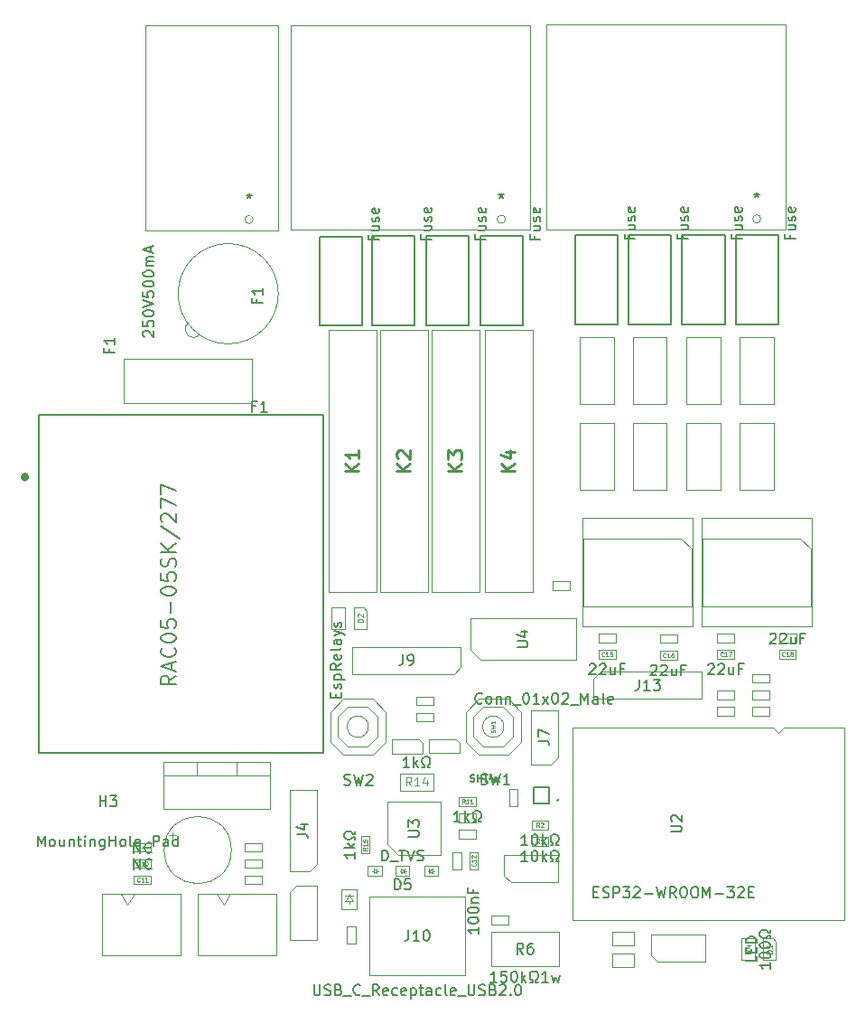
<source format=gbr>
G04 #@! TF.GenerationSoftware,KiCad,Pcbnew,(6.0.5)*
G04 #@! TF.CreationDate,2022-09-18T19:29:40+02:00*
G04 #@! TF.ProjectId,hamodule,68616d6f-6475-46c6-952e-6b696361645f,rev?*
G04 #@! TF.SameCoordinates,Original*
G04 #@! TF.FileFunction,AssemblyDrawing,Top*
%FSLAX46Y46*%
G04 Gerber Fmt 4.6, Leading zero omitted, Abs format (unit mm)*
G04 Created by KiCad (PCBNEW (6.0.5)) date 2022-09-18 19:29:40*
%MOMM*%
%LPD*%
G01*
G04 APERTURE LIST*
%ADD10C,0.150000*%
%ADD11C,0.080000*%
%ADD12C,0.060000*%
%ADD13C,0.120000*%
%ADD14C,0.254000*%
%ADD15C,0.100000*%
%ADD16C,0.127000*%
%ADD17C,0.400000*%
%ADD18C,0.160000*%
G04 APERTURE END LIST*
D10*
X132395071Y-93026833D02*
X132395071Y-93360166D01*
X132918880Y-93360166D02*
X131918880Y-93360166D01*
X131918880Y-92883976D01*
X132918880Y-91979214D02*
X132918880Y-92550642D01*
X132918880Y-92264928D02*
X131918880Y-92264928D01*
X132061738Y-92360166D01*
X132156976Y-92455404D01*
X132204595Y-92550642D01*
X146133166Y-98362071D02*
X145799833Y-98362071D01*
X145799833Y-98885880D02*
X145799833Y-97885880D01*
X146276023Y-97885880D01*
X147180785Y-98885880D02*
X146609357Y-98885880D01*
X146895071Y-98885880D02*
X146895071Y-97885880D01*
X146799833Y-98028738D01*
X146704595Y-98123976D01*
X146609357Y-98171595D01*
D11*
X156182190Y-118597047D02*
X155682190Y-118597047D01*
X155682190Y-118478000D01*
X155706000Y-118406571D01*
X155753619Y-118358952D01*
X155801238Y-118335142D01*
X155896476Y-118311333D01*
X155967904Y-118311333D01*
X156063142Y-118335142D01*
X156110761Y-118358952D01*
X156158380Y-118406571D01*
X156182190Y-118478000D01*
X156182190Y-118597047D01*
X155729809Y-118120857D02*
X155706000Y-118097047D01*
X155682190Y-118049428D01*
X155682190Y-117930380D01*
X155706000Y-117882761D01*
X155729809Y-117858952D01*
X155777428Y-117835142D01*
X155825047Y-117835142D01*
X155896476Y-117858952D01*
X156182190Y-118144666D01*
X156182190Y-117835142D01*
D10*
X138659433Y-123609200D02*
X137992766Y-124075866D01*
X138659433Y-124409200D02*
X137259433Y-124409200D01*
X137259433Y-123875866D01*
X137326100Y-123742533D01*
X137392766Y-123675866D01*
X137526100Y-123609200D01*
X137726100Y-123609200D01*
X137859433Y-123675866D01*
X137926100Y-123742533D01*
X137992766Y-123875866D01*
X137992766Y-124409200D01*
X138259433Y-123075866D02*
X138259433Y-122409200D01*
X138659433Y-123209200D02*
X137259433Y-122742533D01*
X138659433Y-122275866D01*
X138526100Y-121009200D02*
X138592766Y-121075866D01*
X138659433Y-121275866D01*
X138659433Y-121409200D01*
X138592766Y-121609200D01*
X138459433Y-121742533D01*
X138326100Y-121809200D01*
X138059433Y-121875866D01*
X137859433Y-121875866D01*
X137592766Y-121809200D01*
X137459433Y-121742533D01*
X137326100Y-121609200D01*
X137259433Y-121409200D01*
X137259433Y-121275866D01*
X137326100Y-121075866D01*
X137392766Y-121009200D01*
X137259433Y-120142533D02*
X137259433Y-120009200D01*
X137326100Y-119875866D01*
X137392766Y-119809200D01*
X137526100Y-119742533D01*
X137792766Y-119675866D01*
X138126100Y-119675866D01*
X138392766Y-119742533D01*
X138526100Y-119809200D01*
X138592766Y-119875866D01*
X138659433Y-120009200D01*
X138659433Y-120142533D01*
X138592766Y-120275866D01*
X138526100Y-120342533D01*
X138392766Y-120409200D01*
X138126100Y-120475866D01*
X137792766Y-120475866D01*
X137526100Y-120409200D01*
X137392766Y-120342533D01*
X137326100Y-120275866D01*
X137259433Y-120142533D01*
X137259433Y-118409200D02*
X137259433Y-119075866D01*
X137926100Y-119142533D01*
X137859433Y-119075866D01*
X137792766Y-118942533D01*
X137792766Y-118609200D01*
X137859433Y-118475866D01*
X137926100Y-118409200D01*
X138059433Y-118342533D01*
X138392766Y-118342533D01*
X138526100Y-118409200D01*
X138592766Y-118475866D01*
X138659433Y-118609200D01*
X138659433Y-118942533D01*
X138592766Y-119075866D01*
X138526100Y-119142533D01*
X138126100Y-117742533D02*
X138126100Y-116675866D01*
X137259433Y-115742533D02*
X137259433Y-115609200D01*
X137326100Y-115475866D01*
X137392766Y-115409200D01*
X137526100Y-115342533D01*
X137792766Y-115275866D01*
X138126100Y-115275866D01*
X138392766Y-115342533D01*
X138526100Y-115409200D01*
X138592766Y-115475866D01*
X138659433Y-115609200D01*
X138659433Y-115742533D01*
X138592766Y-115875866D01*
X138526100Y-115942533D01*
X138392766Y-116009200D01*
X138126100Y-116075866D01*
X137792766Y-116075866D01*
X137526100Y-116009200D01*
X137392766Y-115942533D01*
X137326100Y-115875866D01*
X137259433Y-115742533D01*
X137259433Y-114009200D02*
X137259433Y-114675866D01*
X137926100Y-114742533D01*
X137859433Y-114675866D01*
X137792766Y-114542533D01*
X137792766Y-114209200D01*
X137859433Y-114075866D01*
X137926100Y-114009200D01*
X138059433Y-113942533D01*
X138392766Y-113942533D01*
X138526100Y-114009200D01*
X138592766Y-114075866D01*
X138659433Y-114209200D01*
X138659433Y-114542533D01*
X138592766Y-114675866D01*
X138526100Y-114742533D01*
X138592766Y-113409200D02*
X138659433Y-113209200D01*
X138659433Y-112875866D01*
X138592766Y-112742533D01*
X138526100Y-112675866D01*
X138392766Y-112609200D01*
X138259433Y-112609200D01*
X138126100Y-112675866D01*
X138059433Y-112742533D01*
X137992766Y-112875866D01*
X137926100Y-113142533D01*
X137859433Y-113275866D01*
X137792766Y-113342533D01*
X137659433Y-113409200D01*
X137526100Y-113409200D01*
X137392766Y-113342533D01*
X137326100Y-113275866D01*
X137259433Y-113142533D01*
X137259433Y-112809200D01*
X137326100Y-112609200D01*
X138659433Y-112009200D02*
X137259433Y-112009200D01*
X138659433Y-111209200D02*
X137859433Y-111809200D01*
X137259433Y-111209200D02*
X138059433Y-112009200D01*
X137192766Y-109609200D02*
X138992766Y-110809200D01*
X137392766Y-109209200D02*
X137326100Y-109142533D01*
X137259433Y-109009200D01*
X137259433Y-108675866D01*
X137326100Y-108542533D01*
X137392766Y-108475866D01*
X137526100Y-108409200D01*
X137659433Y-108409200D01*
X137859433Y-108475866D01*
X138659433Y-109275866D01*
X138659433Y-108409200D01*
X137259433Y-107942533D02*
X137259433Y-107009200D01*
X138659433Y-107609200D01*
X137259433Y-106609200D02*
X137259433Y-105675866D01*
X138659433Y-106275866D01*
X169146500Y-78405880D02*
X169146500Y-78643976D01*
X168908404Y-78548738D02*
X169146500Y-78643976D01*
X169384595Y-78548738D01*
X169003642Y-78834452D02*
X169146500Y-78643976D01*
X169289357Y-78834452D01*
X145500100Y-78429479D02*
X145500100Y-78667575D01*
X145262004Y-78572337D02*
X145500100Y-78667575D01*
X145738195Y-78572337D01*
X145357242Y-78858051D02*
X145500100Y-78667575D01*
X145642957Y-78858051D01*
X193106500Y-78365879D02*
X193106500Y-78603975D01*
X192868404Y-78508737D02*
X193106500Y-78603975D01*
X193344595Y-78508737D01*
X192963642Y-78794451D02*
X193106500Y-78603975D01*
X193249357Y-78794451D01*
X135664119Y-91863976D02*
X135616500Y-91816357D01*
X135568880Y-91721119D01*
X135568880Y-91483023D01*
X135616500Y-91387785D01*
X135664119Y-91340166D01*
X135759357Y-91292547D01*
X135854595Y-91292547D01*
X135997452Y-91340166D01*
X136568880Y-91911595D01*
X136568880Y-91292547D01*
X135568880Y-90387785D02*
X135568880Y-90863976D01*
X136045071Y-90911595D01*
X135997452Y-90863976D01*
X135949833Y-90768738D01*
X135949833Y-90530642D01*
X135997452Y-90435404D01*
X136045071Y-90387785D01*
X136140309Y-90340166D01*
X136378404Y-90340166D01*
X136473642Y-90387785D01*
X136521261Y-90435404D01*
X136568880Y-90530642D01*
X136568880Y-90768738D01*
X136521261Y-90863976D01*
X136473642Y-90911595D01*
X135568880Y-89721119D02*
X135568880Y-89625880D01*
X135616500Y-89530642D01*
X135664119Y-89483023D01*
X135759357Y-89435404D01*
X135949833Y-89387785D01*
X136187928Y-89387785D01*
X136378404Y-89435404D01*
X136473642Y-89483023D01*
X136521261Y-89530642D01*
X136568880Y-89625880D01*
X136568880Y-89721119D01*
X136521261Y-89816357D01*
X136473642Y-89863976D01*
X136378404Y-89911595D01*
X136187928Y-89959214D01*
X135949833Y-89959214D01*
X135759357Y-89911595D01*
X135664119Y-89863976D01*
X135616500Y-89816357D01*
X135568880Y-89721119D01*
X135568880Y-89102071D02*
X136568880Y-88768738D01*
X135568880Y-88435404D01*
X135568880Y-87625880D02*
X135568880Y-88102071D01*
X136045071Y-88149690D01*
X135997452Y-88102071D01*
X135949833Y-88006833D01*
X135949833Y-87768738D01*
X135997452Y-87673500D01*
X136045071Y-87625880D01*
X136140309Y-87578261D01*
X136378404Y-87578261D01*
X136473642Y-87625880D01*
X136521261Y-87673500D01*
X136568880Y-87768738D01*
X136568880Y-88006833D01*
X136521261Y-88102071D01*
X136473642Y-88149690D01*
X135568880Y-86959214D02*
X135568880Y-86863976D01*
X135616500Y-86768738D01*
X135664119Y-86721119D01*
X135759357Y-86673500D01*
X135949833Y-86625880D01*
X136187928Y-86625880D01*
X136378404Y-86673500D01*
X136473642Y-86721119D01*
X136521261Y-86768738D01*
X136568880Y-86863976D01*
X136568880Y-86959214D01*
X136521261Y-87054452D01*
X136473642Y-87102071D01*
X136378404Y-87149690D01*
X136187928Y-87197309D01*
X135949833Y-87197309D01*
X135759357Y-87149690D01*
X135664119Y-87102071D01*
X135616500Y-87054452D01*
X135568880Y-86959214D01*
X135568880Y-86006833D02*
X135568880Y-85911595D01*
X135616500Y-85816357D01*
X135664119Y-85768738D01*
X135759357Y-85721119D01*
X135949833Y-85673500D01*
X136187928Y-85673500D01*
X136378404Y-85721119D01*
X136473642Y-85768738D01*
X136521261Y-85816357D01*
X136568880Y-85911595D01*
X136568880Y-86006833D01*
X136521261Y-86102071D01*
X136473642Y-86149690D01*
X136378404Y-86197309D01*
X136187928Y-86244928D01*
X135949833Y-86244928D01*
X135759357Y-86197309D01*
X135664119Y-86149690D01*
X135616500Y-86102071D01*
X135568880Y-86006833D01*
X136568880Y-85244928D02*
X135902214Y-85244928D01*
X135997452Y-85244928D02*
X135949833Y-85197309D01*
X135902214Y-85102071D01*
X135902214Y-84959214D01*
X135949833Y-84863976D01*
X136045071Y-84816357D01*
X136568880Y-84816357D01*
X136045071Y-84816357D02*
X135949833Y-84768738D01*
X135902214Y-84673500D01*
X135902214Y-84530642D01*
X135949833Y-84435404D01*
X136045071Y-84387785D01*
X136568880Y-84387785D01*
X136283166Y-83959214D02*
X136283166Y-83483023D01*
X136568880Y-84054452D02*
X135568880Y-83721119D01*
X136568880Y-83387785D01*
X146225071Y-88366833D02*
X146225071Y-88700166D01*
X146748880Y-88700166D02*
X145748880Y-88700166D01*
X145748880Y-88223976D01*
X146748880Y-87319214D02*
X146748880Y-87890642D01*
X146748880Y-87604928D02*
X145748880Y-87604928D01*
X145891738Y-87700166D01*
X145986976Y-87795404D01*
X146034595Y-87890642D01*
X170659333Y-120950666D02*
X171452666Y-120950666D01*
X171546000Y-120904000D01*
X171592666Y-120857333D01*
X171639333Y-120764000D01*
X171639333Y-120577333D01*
X171592666Y-120484000D01*
X171546000Y-120437333D01*
X171452666Y-120390666D01*
X170659333Y-120390666D01*
X170986000Y-119504000D02*
X171639333Y-119504000D01*
X170612666Y-119737333D02*
X171312666Y-119970666D01*
X171312666Y-119364000D01*
X167259166Y-133754761D02*
X167402023Y-133802380D01*
X167640119Y-133802380D01*
X167735357Y-133754761D01*
X167782976Y-133707142D01*
X167830595Y-133611904D01*
X167830595Y-133516666D01*
X167782976Y-133421428D01*
X167735357Y-133373809D01*
X167640119Y-133326190D01*
X167449642Y-133278571D01*
X167354404Y-133230952D01*
X167306785Y-133183333D01*
X167259166Y-133088095D01*
X167259166Y-132992857D01*
X167306785Y-132897619D01*
X167354404Y-132850000D01*
X167449642Y-132802380D01*
X167687738Y-132802380D01*
X167830595Y-132850000D01*
X168163928Y-132802380D02*
X168402023Y-133802380D01*
X168592500Y-133088095D01*
X168782976Y-133802380D01*
X169021071Y-132802380D01*
X169925833Y-133802380D02*
X169354404Y-133802380D01*
X169640119Y-133802380D02*
X169640119Y-132802380D01*
X169544880Y-132945238D01*
X169449642Y-133040476D01*
X169354404Y-133088095D01*
D12*
X168563904Y-128930333D02*
X168582952Y-128873190D01*
X168582952Y-128777952D01*
X168563904Y-128739857D01*
X168544857Y-128720809D01*
X168506761Y-128701761D01*
X168468666Y-128701761D01*
X168430571Y-128720809D01*
X168411523Y-128739857D01*
X168392476Y-128777952D01*
X168373428Y-128854142D01*
X168354380Y-128892238D01*
X168335333Y-128911285D01*
X168297238Y-128930333D01*
X168259142Y-128930333D01*
X168221047Y-128911285D01*
X168202000Y-128892238D01*
X168182952Y-128854142D01*
X168182952Y-128758904D01*
X168202000Y-128701761D01*
X168182952Y-128568428D02*
X168582952Y-128473190D01*
X168297238Y-128397000D01*
X168582952Y-128320809D01*
X168182952Y-128225571D01*
X168582952Y-127863666D02*
X168582952Y-128092238D01*
X168582952Y-127977952D02*
X168182952Y-127977952D01*
X168240095Y-128016047D01*
X168278190Y-128054142D01*
X168297238Y-128092238D01*
D10*
X154430166Y-133818261D02*
X154573023Y-133865880D01*
X154811119Y-133865880D01*
X154906357Y-133818261D01*
X154953976Y-133770642D01*
X155001595Y-133675404D01*
X155001595Y-133580166D01*
X154953976Y-133484928D01*
X154906357Y-133437309D01*
X154811119Y-133389690D01*
X154620642Y-133342071D01*
X154525404Y-133294452D01*
X154477785Y-133246833D01*
X154430166Y-133151595D01*
X154430166Y-133056357D01*
X154477785Y-132961119D01*
X154525404Y-132913500D01*
X154620642Y-132865880D01*
X154858738Y-132865880D01*
X155001595Y-132913500D01*
X155334928Y-132865880D02*
X155573023Y-133865880D01*
X155763500Y-133151595D01*
X155953976Y-133865880D01*
X156192071Y-132865880D01*
X156525404Y-132961119D02*
X156573023Y-132913500D01*
X156668261Y-132865880D01*
X156906357Y-132865880D01*
X157001595Y-132913500D01*
X157049214Y-132961119D01*
X157096833Y-133056357D01*
X157096833Y-133151595D01*
X157049214Y-133294452D01*
X156477785Y-133865880D01*
X157096833Y-133865880D01*
X165287523Y-137293280D02*
X164716095Y-137293280D01*
X165001809Y-137293280D02*
X165001809Y-136293280D01*
X164906571Y-136436138D01*
X164811333Y-136531376D01*
X164716095Y-136578995D01*
X165716095Y-137293280D02*
X165716095Y-136293280D01*
X165811333Y-136912328D02*
X166097047Y-137293280D01*
X166097047Y-136626614D02*
X165716095Y-137007566D01*
X166478000Y-137293280D02*
X166716095Y-137293280D01*
X166716095Y-137102804D01*
X166620857Y-137055185D01*
X166525619Y-136959947D01*
X166478000Y-136817090D01*
X166478000Y-136578995D01*
X166525619Y-136436138D01*
X166620857Y-136340900D01*
X166763714Y-136293280D01*
X166954190Y-136293280D01*
X167097047Y-136340900D01*
X167192285Y-136436138D01*
X167239904Y-136578995D01*
X167239904Y-136817090D01*
X167192285Y-136959947D01*
X167097047Y-137055185D01*
X167001809Y-137102804D01*
X167001809Y-137293280D01*
X167239904Y-137293280D01*
D12*
X165720857Y-135591852D02*
X165587523Y-135401376D01*
X165492285Y-135591852D02*
X165492285Y-135191852D01*
X165644666Y-135191852D01*
X165682761Y-135210900D01*
X165701809Y-135229947D01*
X165720857Y-135268042D01*
X165720857Y-135325185D01*
X165701809Y-135363280D01*
X165682761Y-135382328D01*
X165644666Y-135401376D01*
X165492285Y-135401376D01*
X166101809Y-135591852D02*
X165873238Y-135591852D01*
X165987523Y-135591852D02*
X165987523Y-135191852D01*
X165949428Y-135248995D01*
X165911333Y-135287090D01*
X165873238Y-135306138D01*
X166482761Y-135591852D02*
X166254190Y-135591852D01*
X166368476Y-135591852D02*
X166368476Y-135191852D01*
X166330380Y-135248995D01*
X166292285Y-135287090D01*
X166254190Y-135306138D01*
D10*
X167027280Y-147193919D02*
X167027280Y-147765347D01*
X167027280Y-147479633D02*
X166027280Y-147479633D01*
X166170138Y-147574871D01*
X166265376Y-147670109D01*
X166312995Y-147765347D01*
X166027280Y-146574871D02*
X166027280Y-146479633D01*
X166074900Y-146384395D01*
X166122519Y-146336776D01*
X166217757Y-146289157D01*
X166408233Y-146241538D01*
X166646328Y-146241538D01*
X166836804Y-146289157D01*
X166932042Y-146336776D01*
X166979661Y-146384395D01*
X167027280Y-146479633D01*
X167027280Y-146574871D01*
X166979661Y-146670109D01*
X166932042Y-146717728D01*
X166836804Y-146765347D01*
X166646328Y-146812966D01*
X166408233Y-146812966D01*
X166217757Y-146765347D01*
X166122519Y-146717728D01*
X166074900Y-146670109D01*
X166027280Y-146574871D01*
X166027280Y-145622490D02*
X166027280Y-145527252D01*
X166074900Y-145432014D01*
X166122519Y-145384395D01*
X166217757Y-145336776D01*
X166408233Y-145289157D01*
X166646328Y-145289157D01*
X166836804Y-145336776D01*
X166932042Y-145384395D01*
X166979661Y-145432014D01*
X167027280Y-145527252D01*
X167027280Y-145622490D01*
X166979661Y-145717728D01*
X166932042Y-145765347D01*
X166836804Y-145812966D01*
X166646328Y-145860585D01*
X166408233Y-145860585D01*
X166217757Y-145812966D01*
X166122519Y-145765347D01*
X166074900Y-145717728D01*
X166027280Y-145622490D01*
X166360614Y-144860585D02*
X167027280Y-144860585D01*
X166455852Y-144860585D02*
X166408233Y-144812966D01*
X166360614Y-144717728D01*
X166360614Y-144574871D01*
X166408233Y-144479633D01*
X166503471Y-144432014D01*
X167027280Y-144432014D01*
X166503471Y-143622490D02*
X166503471Y-143955823D01*
X167027280Y-143955823D02*
X166027280Y-143955823D01*
X166027280Y-143479633D01*
D12*
X166717757Y-141204442D02*
X166736804Y-141223490D01*
X166755852Y-141280633D01*
X166755852Y-141318728D01*
X166736804Y-141375871D01*
X166698709Y-141413966D01*
X166660614Y-141433014D01*
X166584423Y-141452061D01*
X166527280Y-141452061D01*
X166451090Y-141433014D01*
X166412995Y-141413966D01*
X166374900Y-141375871D01*
X166355852Y-141318728D01*
X166355852Y-141280633D01*
X166374900Y-141223490D01*
X166393947Y-141204442D01*
X166755852Y-140823490D02*
X166755852Y-141052061D01*
X166755852Y-140937776D02*
X166355852Y-140937776D01*
X166412995Y-140975871D01*
X166451090Y-141013966D01*
X166470138Y-141052061D01*
X166393947Y-140671109D02*
X166374900Y-140652061D01*
X166355852Y-140613966D01*
X166355852Y-140518728D01*
X166374900Y-140480633D01*
X166393947Y-140461585D01*
X166432042Y-140442538D01*
X166470138Y-140442538D01*
X166527280Y-140461585D01*
X166755852Y-140690157D01*
X166755852Y-140442538D01*
D10*
X155428880Y-140155976D02*
X155428880Y-140727404D01*
X155428880Y-140441690D02*
X154428880Y-140441690D01*
X154571738Y-140536928D01*
X154666976Y-140632166D01*
X154714595Y-140727404D01*
X155428880Y-139727404D02*
X154428880Y-139727404D01*
X155047928Y-139632166D02*
X155428880Y-139346452D01*
X154762214Y-139346452D02*
X155143166Y-139727404D01*
X155428880Y-138965500D02*
X155428880Y-138727404D01*
X155238404Y-138727404D01*
X155190785Y-138822642D01*
X155095547Y-138917880D01*
X154952690Y-138965500D01*
X154714595Y-138965500D01*
X154571738Y-138917880D01*
X154476500Y-138822642D01*
X154428880Y-138679785D01*
X154428880Y-138489309D01*
X154476500Y-138346452D01*
X154571738Y-138251214D01*
X154714595Y-138203595D01*
X154952690Y-138203595D01*
X155095547Y-138251214D01*
X155190785Y-138346452D01*
X155238404Y-138441690D01*
X155428880Y-138441690D01*
X155428880Y-138203595D01*
D12*
X156587452Y-139722642D02*
X156396976Y-139855976D01*
X156587452Y-139951214D02*
X156187452Y-139951214D01*
X156187452Y-139798833D01*
X156206500Y-139760738D01*
X156225547Y-139741690D01*
X156263642Y-139722642D01*
X156320785Y-139722642D01*
X156358880Y-139741690D01*
X156377928Y-139760738D01*
X156396976Y-139798833D01*
X156396976Y-139951214D01*
X156587452Y-139341690D02*
X156587452Y-139570261D01*
X156587452Y-139455976D02*
X156187452Y-139455976D01*
X156244595Y-139494071D01*
X156282690Y-139532166D01*
X156301738Y-139570261D01*
X156187452Y-138979785D02*
X156187452Y-139170261D01*
X156377928Y-139189309D01*
X156358880Y-139170261D01*
X156339833Y-139132166D01*
X156339833Y-139036928D01*
X156358880Y-138998833D01*
X156377928Y-138979785D01*
X156416023Y-138960738D01*
X156511261Y-138960738D01*
X156549357Y-138979785D01*
X156568404Y-138998833D01*
X156587452Y-139036928D01*
X156587452Y-139132166D01*
X156568404Y-139170261D01*
X156549357Y-139189309D01*
D10*
X159144904Y-143653280D02*
X159144904Y-142653280D01*
X159383000Y-142653280D01*
X159525857Y-142700900D01*
X159621095Y-142796138D01*
X159668714Y-142891376D01*
X159716333Y-143081852D01*
X159716333Y-143224709D01*
X159668714Y-143415185D01*
X159621095Y-143510423D01*
X159525857Y-143605661D01*
X159383000Y-143653280D01*
X159144904Y-143653280D01*
X160621095Y-142653280D02*
X160144904Y-142653280D01*
X160097285Y-143129471D01*
X160144904Y-143081852D01*
X160240142Y-143034233D01*
X160478238Y-143034233D01*
X160573476Y-143081852D01*
X160621095Y-143129471D01*
X160668714Y-143224709D01*
X160668714Y-143462804D01*
X160621095Y-143558042D01*
X160573476Y-143605661D01*
X160478238Y-143653280D01*
X160240142Y-143653280D01*
X160144904Y-143605661D01*
X160097285Y-143558042D01*
X157954428Y-140953280D02*
X157954428Y-139953280D01*
X158192523Y-139953280D01*
X158335380Y-140000900D01*
X158430619Y-140096138D01*
X158478238Y-140191376D01*
X158525857Y-140381852D01*
X158525857Y-140524709D01*
X158478238Y-140715185D01*
X158430619Y-140810423D01*
X158335380Y-140905661D01*
X158192523Y-140953280D01*
X157954428Y-140953280D01*
X158716333Y-141048519D02*
X159478238Y-141048519D01*
X159573476Y-139953280D02*
X160144904Y-139953280D01*
X159859190Y-140953280D02*
X159859190Y-139953280D01*
X160335380Y-139953280D02*
X160668714Y-140953280D01*
X161002047Y-139953280D01*
X161287761Y-140905661D02*
X161430619Y-140953280D01*
X161668714Y-140953280D01*
X161763952Y-140905661D01*
X161811571Y-140858042D01*
X161859190Y-140762804D01*
X161859190Y-140667566D01*
X161811571Y-140572328D01*
X161763952Y-140524709D01*
X161668714Y-140477090D01*
X161478238Y-140429471D01*
X161383000Y-140381852D01*
X161335380Y-140334233D01*
X161287761Y-140238995D01*
X161287761Y-140143757D01*
X161335380Y-140048519D01*
X161383000Y-140000900D01*
X161478238Y-139953280D01*
X161716333Y-139953280D01*
X161859190Y-140000900D01*
X159144904Y-143653280D02*
X159144904Y-142653280D01*
X159383000Y-142653280D01*
X159525857Y-142700900D01*
X159621095Y-142796138D01*
X159668714Y-142891376D01*
X159716333Y-143081852D01*
X159716333Y-143224709D01*
X159668714Y-143415185D01*
X159621095Y-143510423D01*
X159525857Y-143605661D01*
X159383000Y-143653280D01*
X159144904Y-143653280D01*
X160621095Y-142653280D02*
X160144904Y-142653280D01*
X160097285Y-143129471D01*
X160144904Y-143081852D01*
X160240142Y-143034233D01*
X160478238Y-143034233D01*
X160573476Y-143081852D01*
X160621095Y-143129471D01*
X160668714Y-143224709D01*
X160668714Y-143462804D01*
X160621095Y-143558042D01*
X160573476Y-143605661D01*
X160478238Y-143653280D01*
X160240142Y-143653280D01*
X160144904Y-143605661D01*
X160097285Y-143558042D01*
X177816809Y-143883071D02*
X178150142Y-143883071D01*
X178293000Y-144406880D02*
X177816809Y-144406880D01*
X177816809Y-143406880D01*
X178293000Y-143406880D01*
X178673952Y-144359261D02*
X178816809Y-144406880D01*
X179054904Y-144406880D01*
X179150142Y-144359261D01*
X179197761Y-144311642D01*
X179245380Y-144216404D01*
X179245380Y-144121166D01*
X179197761Y-144025928D01*
X179150142Y-143978309D01*
X179054904Y-143930690D01*
X178864428Y-143883071D01*
X178769190Y-143835452D01*
X178721571Y-143787833D01*
X178673952Y-143692595D01*
X178673952Y-143597357D01*
X178721571Y-143502119D01*
X178769190Y-143454500D01*
X178864428Y-143406880D01*
X179102523Y-143406880D01*
X179245380Y-143454500D01*
X179673952Y-144406880D02*
X179673952Y-143406880D01*
X180054904Y-143406880D01*
X180150142Y-143454500D01*
X180197761Y-143502119D01*
X180245380Y-143597357D01*
X180245380Y-143740214D01*
X180197761Y-143835452D01*
X180150142Y-143883071D01*
X180054904Y-143930690D01*
X179673952Y-143930690D01*
X180578714Y-143406880D02*
X181197761Y-143406880D01*
X180864428Y-143787833D01*
X181007285Y-143787833D01*
X181102523Y-143835452D01*
X181150142Y-143883071D01*
X181197761Y-143978309D01*
X181197761Y-144216404D01*
X181150142Y-144311642D01*
X181102523Y-144359261D01*
X181007285Y-144406880D01*
X180721571Y-144406880D01*
X180626333Y-144359261D01*
X180578714Y-144311642D01*
X181578714Y-143502119D02*
X181626333Y-143454500D01*
X181721571Y-143406880D01*
X181959666Y-143406880D01*
X182054904Y-143454500D01*
X182102523Y-143502119D01*
X182150142Y-143597357D01*
X182150142Y-143692595D01*
X182102523Y-143835452D01*
X181531095Y-144406880D01*
X182150142Y-144406880D01*
X182578714Y-144025928D02*
X183340619Y-144025928D01*
X183721571Y-143406880D02*
X183959666Y-144406880D01*
X184150142Y-143692595D01*
X184340619Y-144406880D01*
X184578714Y-143406880D01*
X185531095Y-144406880D02*
X185197761Y-143930690D01*
X184959666Y-144406880D02*
X184959666Y-143406880D01*
X185340619Y-143406880D01*
X185435857Y-143454500D01*
X185483476Y-143502119D01*
X185531095Y-143597357D01*
X185531095Y-143740214D01*
X185483476Y-143835452D01*
X185435857Y-143883071D01*
X185340619Y-143930690D01*
X184959666Y-143930690D01*
X186150142Y-143406880D02*
X186340619Y-143406880D01*
X186435857Y-143454500D01*
X186531095Y-143549738D01*
X186578714Y-143740214D01*
X186578714Y-144073547D01*
X186531095Y-144264023D01*
X186435857Y-144359261D01*
X186340619Y-144406880D01*
X186150142Y-144406880D01*
X186054904Y-144359261D01*
X185959666Y-144264023D01*
X185912047Y-144073547D01*
X185912047Y-143740214D01*
X185959666Y-143549738D01*
X186054904Y-143454500D01*
X186150142Y-143406880D01*
X187197761Y-143406880D02*
X187388238Y-143406880D01*
X187483476Y-143454500D01*
X187578714Y-143549738D01*
X187626333Y-143740214D01*
X187626333Y-144073547D01*
X187578714Y-144264023D01*
X187483476Y-144359261D01*
X187388238Y-144406880D01*
X187197761Y-144406880D01*
X187102523Y-144359261D01*
X187007285Y-144264023D01*
X186959666Y-144073547D01*
X186959666Y-143740214D01*
X187007285Y-143549738D01*
X187102523Y-143454500D01*
X187197761Y-143406880D01*
X188054904Y-144406880D02*
X188054904Y-143406880D01*
X188388238Y-144121166D01*
X188721571Y-143406880D01*
X188721571Y-144406880D01*
X189197761Y-144025928D02*
X189959666Y-144025928D01*
X190340619Y-143406880D02*
X190959666Y-143406880D01*
X190626333Y-143787833D01*
X190769190Y-143787833D01*
X190864428Y-143835452D01*
X190912047Y-143883071D01*
X190959666Y-143978309D01*
X190959666Y-144216404D01*
X190912047Y-144311642D01*
X190864428Y-144359261D01*
X190769190Y-144406880D01*
X190483476Y-144406880D01*
X190388238Y-144359261D01*
X190340619Y-144311642D01*
X191340619Y-143502119D02*
X191388238Y-143454500D01*
X191483476Y-143406880D01*
X191721571Y-143406880D01*
X191816809Y-143454500D01*
X191864428Y-143502119D01*
X191912047Y-143597357D01*
X191912047Y-143692595D01*
X191864428Y-143835452D01*
X191293000Y-144406880D01*
X191912047Y-144406880D01*
X192340619Y-143883071D02*
X192673952Y-143883071D01*
X192816809Y-144406880D02*
X192340619Y-144406880D01*
X192340619Y-143406880D01*
X192816809Y-143406880D01*
X185062880Y-138248404D02*
X185872404Y-138248404D01*
X185967642Y-138200785D01*
X186015261Y-138153166D01*
X186062880Y-138057928D01*
X186062880Y-137867452D01*
X186015261Y-137772214D01*
X185967642Y-137724595D01*
X185872404Y-137676976D01*
X185062880Y-137676976D01*
X185158119Y-137248404D02*
X185110500Y-137200785D01*
X185062880Y-137105547D01*
X185062880Y-136867452D01*
X185110500Y-136772214D01*
X185158119Y-136724595D01*
X185253357Y-136676976D01*
X185348595Y-136676976D01*
X185491452Y-136724595D01*
X186062880Y-137296023D01*
X186062880Y-136676976D01*
X182080476Y-123988980D02*
X182080476Y-124703266D01*
X182032857Y-124846123D01*
X181937619Y-124941361D01*
X181794761Y-124988980D01*
X181699523Y-124988980D01*
X183080476Y-124988980D02*
X182509047Y-124988980D01*
X182794761Y-124988980D02*
X182794761Y-123988980D01*
X182699523Y-124131838D01*
X182604285Y-124227076D01*
X182509047Y-124274695D01*
X183413809Y-123988980D02*
X184032857Y-123988980D01*
X183699523Y-124369933D01*
X183842380Y-124369933D01*
X183937619Y-124417552D01*
X183985238Y-124465171D01*
X184032857Y-124560409D01*
X184032857Y-124798504D01*
X183985238Y-124893742D01*
X183937619Y-124941361D01*
X183842380Y-124988980D01*
X183556666Y-124988980D01*
X183461428Y-124941361D01*
X183413809Y-124893742D01*
X160538523Y-132207880D02*
X159967095Y-132207880D01*
X160252809Y-132207880D02*
X160252809Y-131207880D01*
X160157571Y-131350738D01*
X160062333Y-131445976D01*
X159967095Y-131493595D01*
X160967095Y-132207880D02*
X160967095Y-131207880D01*
X161062333Y-131826928D02*
X161348047Y-132207880D01*
X161348047Y-131541214D02*
X160967095Y-131922166D01*
X161729000Y-132207880D02*
X161967095Y-132207880D01*
X161967095Y-132017404D01*
X161871857Y-131969785D01*
X161776619Y-131874547D01*
X161729000Y-131731690D01*
X161729000Y-131493595D01*
X161776619Y-131350738D01*
X161871857Y-131255500D01*
X162014714Y-131207880D01*
X162205190Y-131207880D01*
X162348047Y-131255500D01*
X162443285Y-131350738D01*
X162490904Y-131493595D01*
X162490904Y-131731690D01*
X162443285Y-131874547D01*
X162348047Y-131969785D01*
X162252809Y-132017404D01*
X162252809Y-132207880D01*
X162490904Y-132207880D01*
D13*
X160714714Y-133937404D02*
X160448047Y-133556452D01*
X160257571Y-133937404D02*
X160257571Y-133137404D01*
X160562333Y-133137404D01*
X160638523Y-133175500D01*
X160676619Y-133213595D01*
X160714714Y-133289785D01*
X160714714Y-133404071D01*
X160676619Y-133480261D01*
X160638523Y-133518357D01*
X160562333Y-133556452D01*
X160257571Y-133556452D01*
X161476619Y-133937404D02*
X161019476Y-133937404D01*
X161248047Y-133937404D02*
X161248047Y-133137404D01*
X161171857Y-133251690D01*
X161095666Y-133327880D01*
X161019476Y-133365976D01*
X162162333Y-133404071D02*
X162162333Y-133937404D01*
X161971857Y-133099309D02*
X161781380Y-133670738D01*
X162276619Y-133670738D01*
D10*
X160435380Y-138702804D02*
X161244904Y-138702804D01*
X161340142Y-138655185D01*
X161387761Y-138607566D01*
X161435380Y-138512328D01*
X161435380Y-138321852D01*
X161387761Y-138226614D01*
X161340142Y-138178995D01*
X161244904Y-138131376D01*
X160435380Y-138131376D01*
X160435380Y-137750423D02*
X160435380Y-137131376D01*
X160816333Y-137464709D01*
X160816333Y-137321852D01*
X160863952Y-137226614D01*
X160911571Y-137178995D01*
X161006809Y-137131376D01*
X161244904Y-137131376D01*
X161340142Y-137178995D01*
X161387761Y-137226614D01*
X161435380Y-137321852D01*
X161435380Y-137607566D01*
X161387761Y-137702804D01*
X161340142Y-137750423D01*
X150010880Y-138458533D02*
X150725166Y-138458533D01*
X150868023Y-138506152D01*
X150963261Y-138601390D01*
X151010880Y-138744247D01*
X151010880Y-138839485D01*
X150344214Y-137553771D02*
X151010880Y-137553771D01*
X149963261Y-137791866D02*
X150677547Y-138029961D01*
X150677547Y-137410914D01*
X167343866Y-126144742D02*
X167296247Y-126192361D01*
X167153390Y-126239980D01*
X167058152Y-126239980D01*
X166915295Y-126192361D01*
X166820057Y-126097123D01*
X166772438Y-126001885D01*
X166724819Y-125811409D01*
X166724819Y-125668552D01*
X166772438Y-125478076D01*
X166820057Y-125382838D01*
X166915295Y-125287600D01*
X167058152Y-125239980D01*
X167153390Y-125239980D01*
X167296247Y-125287600D01*
X167343866Y-125335219D01*
X167915295Y-126239980D02*
X167820057Y-126192361D01*
X167772438Y-126144742D01*
X167724819Y-126049504D01*
X167724819Y-125763790D01*
X167772438Y-125668552D01*
X167820057Y-125620933D01*
X167915295Y-125573314D01*
X168058152Y-125573314D01*
X168153390Y-125620933D01*
X168201009Y-125668552D01*
X168248628Y-125763790D01*
X168248628Y-126049504D01*
X168201009Y-126144742D01*
X168153390Y-126192361D01*
X168058152Y-126239980D01*
X167915295Y-126239980D01*
X168677200Y-125573314D02*
X168677200Y-126239980D01*
X168677200Y-125668552D02*
X168724819Y-125620933D01*
X168820057Y-125573314D01*
X168962914Y-125573314D01*
X169058152Y-125620933D01*
X169105771Y-125716171D01*
X169105771Y-126239980D01*
X169581961Y-125573314D02*
X169581961Y-126239980D01*
X169581961Y-125668552D02*
X169629580Y-125620933D01*
X169724819Y-125573314D01*
X169867676Y-125573314D01*
X169962914Y-125620933D01*
X170010533Y-125716171D01*
X170010533Y-126239980D01*
X170248628Y-126335219D02*
X171010533Y-126335219D01*
X171439104Y-125239980D02*
X171534342Y-125239980D01*
X171629580Y-125287600D01*
X171677200Y-125335219D01*
X171724819Y-125430457D01*
X171772438Y-125620933D01*
X171772438Y-125859028D01*
X171724819Y-126049504D01*
X171677200Y-126144742D01*
X171629580Y-126192361D01*
X171534342Y-126239980D01*
X171439104Y-126239980D01*
X171343866Y-126192361D01*
X171296247Y-126144742D01*
X171248628Y-126049504D01*
X171201009Y-125859028D01*
X171201009Y-125620933D01*
X171248628Y-125430457D01*
X171296247Y-125335219D01*
X171343866Y-125287600D01*
X171439104Y-125239980D01*
X172724819Y-126239980D02*
X172153390Y-126239980D01*
X172439104Y-126239980D02*
X172439104Y-125239980D01*
X172343866Y-125382838D01*
X172248628Y-125478076D01*
X172153390Y-125525695D01*
X173058152Y-126239980D02*
X173581961Y-125573314D01*
X173058152Y-125573314D02*
X173581961Y-126239980D01*
X174153390Y-125239980D02*
X174248628Y-125239980D01*
X174343866Y-125287600D01*
X174391485Y-125335219D01*
X174439104Y-125430457D01*
X174486723Y-125620933D01*
X174486723Y-125859028D01*
X174439104Y-126049504D01*
X174391485Y-126144742D01*
X174343866Y-126192361D01*
X174248628Y-126239980D01*
X174153390Y-126239980D01*
X174058152Y-126192361D01*
X174010533Y-126144742D01*
X173962914Y-126049504D01*
X173915295Y-125859028D01*
X173915295Y-125620933D01*
X173962914Y-125430457D01*
X174010533Y-125335219D01*
X174058152Y-125287600D01*
X174153390Y-125239980D01*
X174867676Y-125335219D02*
X174915295Y-125287600D01*
X175010533Y-125239980D01*
X175248628Y-125239980D01*
X175343866Y-125287600D01*
X175391485Y-125335219D01*
X175439104Y-125430457D01*
X175439104Y-125525695D01*
X175391485Y-125668552D01*
X174820057Y-126239980D01*
X175439104Y-126239980D01*
X175629580Y-126335219D02*
X176391485Y-126335219D01*
X176629580Y-126239980D02*
X176629580Y-125239980D01*
X176962914Y-125954266D01*
X177296247Y-125239980D01*
X177296247Y-126239980D01*
X178201009Y-126239980D02*
X178201009Y-125716171D01*
X178153390Y-125620933D01*
X178058152Y-125573314D01*
X177867676Y-125573314D01*
X177772438Y-125620933D01*
X178201009Y-126192361D02*
X178105771Y-126239980D01*
X177867676Y-126239980D01*
X177772438Y-126192361D01*
X177724819Y-126097123D01*
X177724819Y-126001885D01*
X177772438Y-125906647D01*
X177867676Y-125859028D01*
X178105771Y-125859028D01*
X178201009Y-125811409D01*
X178820057Y-126239980D02*
X178724819Y-126192361D01*
X178677200Y-126097123D01*
X178677200Y-125239980D01*
X179581961Y-126192361D02*
X179486723Y-126239980D01*
X179296247Y-126239980D01*
X179201009Y-126192361D01*
X179153390Y-126097123D01*
X179153390Y-125716171D01*
X179201009Y-125620933D01*
X179296247Y-125573314D01*
X179486723Y-125573314D01*
X179581961Y-125620933D01*
X179629580Y-125716171D01*
X179629580Y-125811409D01*
X179153390Y-125906647D01*
X172629580Y-129720933D02*
X173343866Y-129720933D01*
X173486723Y-129768552D01*
X173581961Y-129863790D01*
X173629580Y-130006647D01*
X173629580Y-130101885D01*
X172629580Y-129339980D02*
X172629580Y-128673314D01*
X173629580Y-129101885D01*
X186164071Y-82368357D02*
X186164071Y-82701690D01*
X186687880Y-82701690D02*
X185687880Y-82701690D01*
X185687880Y-82225500D01*
X186021214Y-81415976D02*
X186687880Y-81415976D01*
X186021214Y-81844547D02*
X186545023Y-81844547D01*
X186640261Y-81796928D01*
X186687880Y-81701690D01*
X186687880Y-81558833D01*
X186640261Y-81463595D01*
X186592642Y-81415976D01*
X186640261Y-80987404D02*
X186687880Y-80892166D01*
X186687880Y-80701690D01*
X186640261Y-80606452D01*
X186545023Y-80558833D01*
X186497404Y-80558833D01*
X186402166Y-80606452D01*
X186354547Y-80701690D01*
X186354547Y-80844547D01*
X186306928Y-80939785D01*
X186211690Y-80987404D01*
X186164071Y-80987404D01*
X186068833Y-80939785D01*
X186021214Y-80844547D01*
X186021214Y-80701690D01*
X186068833Y-80606452D01*
X186640261Y-79749309D02*
X186687880Y-79844547D01*
X186687880Y-80035023D01*
X186640261Y-80130261D01*
X186545023Y-80177880D01*
X186164071Y-80177880D01*
X186068833Y-80130261D01*
X186021214Y-80035023D01*
X186021214Y-79844547D01*
X186068833Y-79749309D01*
X186164071Y-79701690D01*
X186259309Y-79701690D01*
X186354547Y-80177880D01*
X196222471Y-82368357D02*
X196222471Y-82701690D01*
X196746280Y-82701690D02*
X195746280Y-82701690D01*
X195746280Y-82225500D01*
X196079614Y-81415976D02*
X196746280Y-81415976D01*
X196079614Y-81844547D02*
X196603423Y-81844547D01*
X196698661Y-81796928D01*
X196746280Y-81701690D01*
X196746280Y-81558833D01*
X196698661Y-81463595D01*
X196651042Y-81415976D01*
X196698661Y-80987404D02*
X196746280Y-80892166D01*
X196746280Y-80701690D01*
X196698661Y-80606452D01*
X196603423Y-80558833D01*
X196555804Y-80558833D01*
X196460566Y-80606452D01*
X196412947Y-80701690D01*
X196412947Y-80844547D01*
X196365328Y-80939785D01*
X196270090Y-80987404D01*
X196222471Y-80987404D01*
X196127233Y-80939785D01*
X196079614Y-80844547D01*
X196079614Y-80701690D01*
X196127233Y-80606452D01*
X196698661Y-79749309D02*
X196746280Y-79844547D01*
X196746280Y-80035023D01*
X196698661Y-80130261D01*
X196603423Y-80177880D01*
X196222471Y-80177880D01*
X196127233Y-80130261D01*
X196079614Y-80035023D01*
X196079614Y-79844547D01*
X196127233Y-79749309D01*
X196222471Y-79701690D01*
X196317709Y-79701690D01*
X196412947Y-80177880D01*
X193112380Y-149885357D02*
X193112380Y-150361547D01*
X192112380Y-150361547D01*
X192588571Y-149552023D02*
X192588571Y-149218690D01*
X193112380Y-149075833D02*
X193112380Y-149552023D01*
X192112380Y-149552023D01*
X192112380Y-149075833D01*
X193112380Y-148647261D02*
X192112380Y-148647261D01*
X192112380Y-148409166D01*
X192160000Y-148266309D01*
X192255238Y-148171071D01*
X192350476Y-148123452D01*
X192540952Y-148075833D01*
X192683809Y-148075833D01*
X192874285Y-148123452D01*
X192969523Y-148171071D01*
X193064761Y-148266309D01*
X193112380Y-148409166D01*
X193112380Y-148647261D01*
D11*
X194536190Y-149611547D02*
X194036190Y-149611547D01*
X194036190Y-149492500D01*
X194060000Y-149421071D01*
X194107619Y-149373452D01*
X194155238Y-149349642D01*
X194250476Y-149325833D01*
X194321904Y-149325833D01*
X194417142Y-149349642D01*
X194464761Y-149373452D01*
X194512380Y-149421071D01*
X194536190Y-149492500D01*
X194536190Y-149611547D01*
X194536190Y-148849642D02*
X194536190Y-149135357D01*
X194536190Y-148992500D02*
X194036190Y-148992500D01*
X194107619Y-149040119D01*
X194155238Y-149087738D01*
X194179047Y-149135357D01*
D10*
X157193571Y-82457857D02*
X157193571Y-82791190D01*
X157717380Y-82791190D02*
X156717380Y-82791190D01*
X156717380Y-82315000D01*
X157050714Y-81505476D02*
X157717380Y-81505476D01*
X157050714Y-81934047D02*
X157574523Y-81934047D01*
X157669761Y-81886428D01*
X157717380Y-81791190D01*
X157717380Y-81648333D01*
X157669761Y-81553095D01*
X157622142Y-81505476D01*
X157669761Y-81076904D02*
X157717380Y-80981666D01*
X157717380Y-80791190D01*
X157669761Y-80695952D01*
X157574523Y-80648333D01*
X157526904Y-80648333D01*
X157431666Y-80695952D01*
X157384047Y-80791190D01*
X157384047Y-80934047D01*
X157336428Y-81029285D01*
X157241190Y-81076904D01*
X157193571Y-81076904D01*
X157098333Y-81029285D01*
X157050714Y-80934047D01*
X157050714Y-80791190D01*
X157098333Y-80695952D01*
X157669761Y-79838809D02*
X157717380Y-79934047D01*
X157717380Y-80124523D01*
X157669761Y-80219761D01*
X157574523Y-80267380D01*
X157193571Y-80267380D01*
X157098333Y-80219761D01*
X157050714Y-80124523D01*
X157050714Y-79934047D01*
X157098333Y-79838809D01*
X157193571Y-79791190D01*
X157288809Y-79791190D01*
X157384047Y-80267380D01*
X134723285Y-140246380D02*
X134723285Y-139246380D01*
X135294714Y-140246380D01*
X135294714Y-139246380D01*
X136342333Y-140151142D02*
X136294714Y-140198761D01*
X136151857Y-140246380D01*
X136056619Y-140246380D01*
X135913761Y-140198761D01*
X135818523Y-140103523D01*
X135770904Y-140008285D01*
X135723285Y-139817809D01*
X135723285Y-139674952D01*
X135770904Y-139484476D01*
X135818523Y-139389238D01*
X135913761Y-139294000D01*
X136056619Y-139246380D01*
X136151857Y-139246380D01*
X136294714Y-139294000D01*
X136342333Y-139341619D01*
D12*
X135251857Y-141366857D02*
X135232809Y-141385904D01*
X135175666Y-141404952D01*
X135137571Y-141404952D01*
X135080428Y-141385904D01*
X135042333Y-141347809D01*
X135023285Y-141309714D01*
X135004238Y-141233523D01*
X135004238Y-141176380D01*
X135023285Y-141100190D01*
X135042333Y-141062095D01*
X135080428Y-141024000D01*
X135137571Y-141004952D01*
X135175666Y-141004952D01*
X135232809Y-141024000D01*
X135251857Y-141043047D01*
X135632809Y-141404952D02*
X135404238Y-141404952D01*
X135518523Y-141404952D02*
X135518523Y-141004952D01*
X135480428Y-141062095D01*
X135442333Y-141100190D01*
X135404238Y-141119238D01*
X135880428Y-141004952D02*
X135918523Y-141004952D01*
X135956619Y-141024000D01*
X135975666Y-141043047D01*
X135994714Y-141081142D01*
X136013761Y-141157333D01*
X136013761Y-141252571D01*
X135994714Y-141328761D01*
X135975666Y-141366857D01*
X135956619Y-141385904D01*
X135918523Y-141404952D01*
X135880428Y-141404952D01*
X135842333Y-141385904D01*
X135823285Y-141366857D01*
X135804238Y-141328761D01*
X135785190Y-141252571D01*
X135785190Y-141157333D01*
X135804238Y-141081142D01*
X135823285Y-141043047D01*
X135842333Y-141024000D01*
X135880428Y-141004952D01*
D10*
X151582523Y-152553280D02*
X151582523Y-153362804D01*
X151630142Y-153458042D01*
X151677761Y-153505661D01*
X151773000Y-153553280D01*
X151963476Y-153553280D01*
X152058714Y-153505661D01*
X152106333Y-153458042D01*
X152153952Y-153362804D01*
X152153952Y-152553280D01*
X152582523Y-153505661D02*
X152725380Y-153553280D01*
X152963476Y-153553280D01*
X153058714Y-153505661D01*
X153106333Y-153458042D01*
X153153952Y-153362804D01*
X153153952Y-153267566D01*
X153106333Y-153172328D01*
X153058714Y-153124709D01*
X152963476Y-153077090D01*
X152773000Y-153029471D01*
X152677761Y-152981852D01*
X152630142Y-152934233D01*
X152582523Y-152838995D01*
X152582523Y-152743757D01*
X152630142Y-152648519D01*
X152677761Y-152600900D01*
X152773000Y-152553280D01*
X153011095Y-152553280D01*
X153153952Y-152600900D01*
X153915857Y-153029471D02*
X154058714Y-153077090D01*
X154106333Y-153124709D01*
X154153952Y-153219947D01*
X154153952Y-153362804D01*
X154106333Y-153458042D01*
X154058714Y-153505661D01*
X153963476Y-153553280D01*
X153582523Y-153553280D01*
X153582523Y-152553280D01*
X153915857Y-152553280D01*
X154011095Y-152600900D01*
X154058714Y-152648519D01*
X154106333Y-152743757D01*
X154106333Y-152838995D01*
X154058714Y-152934233D01*
X154011095Y-152981852D01*
X153915857Y-153029471D01*
X153582523Y-153029471D01*
X154344428Y-153648519D02*
X155106333Y-153648519D01*
X155915857Y-153458042D02*
X155868238Y-153505661D01*
X155725380Y-153553280D01*
X155630142Y-153553280D01*
X155487285Y-153505661D01*
X155392047Y-153410423D01*
X155344428Y-153315185D01*
X155296809Y-153124709D01*
X155296809Y-152981852D01*
X155344428Y-152791376D01*
X155392047Y-152696138D01*
X155487285Y-152600900D01*
X155630142Y-152553280D01*
X155725380Y-152553280D01*
X155868238Y-152600900D01*
X155915857Y-152648519D01*
X156106333Y-153648519D02*
X156868238Y-153648519D01*
X157677761Y-153553280D02*
X157344428Y-153077090D01*
X157106333Y-153553280D02*
X157106333Y-152553280D01*
X157487285Y-152553280D01*
X157582523Y-152600900D01*
X157630142Y-152648519D01*
X157677761Y-152743757D01*
X157677761Y-152886614D01*
X157630142Y-152981852D01*
X157582523Y-153029471D01*
X157487285Y-153077090D01*
X157106333Y-153077090D01*
X158487285Y-153505661D02*
X158392047Y-153553280D01*
X158201571Y-153553280D01*
X158106333Y-153505661D01*
X158058714Y-153410423D01*
X158058714Y-153029471D01*
X158106333Y-152934233D01*
X158201571Y-152886614D01*
X158392047Y-152886614D01*
X158487285Y-152934233D01*
X158534904Y-153029471D01*
X158534904Y-153124709D01*
X158058714Y-153219947D01*
X159392047Y-153505661D02*
X159296809Y-153553280D01*
X159106333Y-153553280D01*
X159011095Y-153505661D01*
X158963476Y-153458042D01*
X158915857Y-153362804D01*
X158915857Y-153077090D01*
X158963476Y-152981852D01*
X159011095Y-152934233D01*
X159106333Y-152886614D01*
X159296809Y-152886614D01*
X159392047Y-152934233D01*
X160201571Y-153505661D02*
X160106333Y-153553280D01*
X159915857Y-153553280D01*
X159820619Y-153505661D01*
X159773000Y-153410423D01*
X159773000Y-153029471D01*
X159820619Y-152934233D01*
X159915857Y-152886614D01*
X160106333Y-152886614D01*
X160201571Y-152934233D01*
X160249190Y-153029471D01*
X160249190Y-153124709D01*
X159773000Y-153219947D01*
X160677761Y-152886614D02*
X160677761Y-153886614D01*
X160677761Y-152934233D02*
X160773000Y-152886614D01*
X160963476Y-152886614D01*
X161058714Y-152934233D01*
X161106333Y-152981852D01*
X161153952Y-153077090D01*
X161153952Y-153362804D01*
X161106333Y-153458042D01*
X161058714Y-153505661D01*
X160963476Y-153553280D01*
X160773000Y-153553280D01*
X160677761Y-153505661D01*
X161439666Y-152886614D02*
X161820619Y-152886614D01*
X161582523Y-152553280D02*
X161582523Y-153410423D01*
X161630142Y-153505661D01*
X161725380Y-153553280D01*
X161820619Y-153553280D01*
X162582523Y-153553280D02*
X162582523Y-153029471D01*
X162534904Y-152934233D01*
X162439666Y-152886614D01*
X162249190Y-152886614D01*
X162153952Y-152934233D01*
X162582523Y-153505661D02*
X162487285Y-153553280D01*
X162249190Y-153553280D01*
X162153952Y-153505661D01*
X162106333Y-153410423D01*
X162106333Y-153315185D01*
X162153952Y-153219947D01*
X162249190Y-153172328D01*
X162487285Y-153172328D01*
X162582523Y-153124709D01*
X163487285Y-153505661D02*
X163392047Y-153553280D01*
X163201571Y-153553280D01*
X163106333Y-153505661D01*
X163058714Y-153458042D01*
X163011095Y-153362804D01*
X163011095Y-153077090D01*
X163058714Y-152981852D01*
X163106333Y-152934233D01*
X163201571Y-152886614D01*
X163392047Y-152886614D01*
X163487285Y-152934233D01*
X164058714Y-153553280D02*
X163963476Y-153505661D01*
X163915857Y-153410423D01*
X163915857Y-152553280D01*
X164820619Y-153505661D02*
X164725380Y-153553280D01*
X164534904Y-153553280D01*
X164439666Y-153505661D01*
X164392047Y-153410423D01*
X164392047Y-153029471D01*
X164439666Y-152934233D01*
X164534904Y-152886614D01*
X164725380Y-152886614D01*
X164820619Y-152934233D01*
X164868238Y-153029471D01*
X164868238Y-153124709D01*
X164392047Y-153219947D01*
X165058714Y-153648519D02*
X165820619Y-153648519D01*
X166058714Y-152553280D02*
X166058714Y-153362804D01*
X166106333Y-153458042D01*
X166153952Y-153505661D01*
X166249190Y-153553280D01*
X166439666Y-153553280D01*
X166534904Y-153505661D01*
X166582523Y-153458042D01*
X166630142Y-153362804D01*
X166630142Y-152553280D01*
X167058714Y-153505661D02*
X167201571Y-153553280D01*
X167439666Y-153553280D01*
X167534904Y-153505661D01*
X167582523Y-153458042D01*
X167630142Y-153362804D01*
X167630142Y-153267566D01*
X167582523Y-153172328D01*
X167534904Y-153124709D01*
X167439666Y-153077090D01*
X167249190Y-153029471D01*
X167153952Y-152981852D01*
X167106333Y-152934233D01*
X167058714Y-152838995D01*
X167058714Y-152743757D01*
X167106333Y-152648519D01*
X167153952Y-152600900D01*
X167249190Y-152553280D01*
X167487285Y-152553280D01*
X167630142Y-152600900D01*
X168392047Y-153029471D02*
X168534904Y-153077090D01*
X168582523Y-153124709D01*
X168630142Y-153219947D01*
X168630142Y-153362804D01*
X168582523Y-153458042D01*
X168534904Y-153505661D01*
X168439666Y-153553280D01*
X168058714Y-153553280D01*
X168058714Y-152553280D01*
X168392047Y-152553280D01*
X168487285Y-152600900D01*
X168534904Y-152648519D01*
X168582523Y-152743757D01*
X168582523Y-152838995D01*
X168534904Y-152934233D01*
X168487285Y-152981852D01*
X168392047Y-153029471D01*
X168058714Y-153029471D01*
X169011095Y-152648519D02*
X169058714Y-152600900D01*
X169153952Y-152553280D01*
X169392047Y-152553280D01*
X169487285Y-152600900D01*
X169534904Y-152648519D01*
X169582523Y-152743757D01*
X169582523Y-152838995D01*
X169534904Y-152981852D01*
X168963476Y-153553280D01*
X169582523Y-153553280D01*
X170011095Y-153458042D02*
X170058714Y-153505661D01*
X170011095Y-153553280D01*
X169963476Y-153505661D01*
X170011095Y-153458042D01*
X170011095Y-153553280D01*
X170677761Y-152553280D02*
X170773000Y-152553280D01*
X170868238Y-152600900D01*
X170915857Y-152648519D01*
X170963476Y-152743757D01*
X171011095Y-152934233D01*
X171011095Y-153172328D01*
X170963476Y-153362804D01*
X170915857Y-153458042D01*
X170868238Y-153505661D01*
X170773000Y-153553280D01*
X170677761Y-153553280D01*
X170582523Y-153505661D01*
X170534904Y-153458042D01*
X170487285Y-153362804D01*
X170439666Y-153172328D01*
X170439666Y-152934233D01*
X170487285Y-152743757D01*
X170534904Y-152648519D01*
X170582523Y-152600900D01*
X170677761Y-152553280D01*
X160463476Y-147453280D02*
X160463476Y-148167566D01*
X160415857Y-148310423D01*
X160320619Y-148405661D01*
X160177761Y-148453280D01*
X160082523Y-148453280D01*
X161463476Y-148453280D02*
X160892047Y-148453280D01*
X161177761Y-148453280D02*
X161177761Y-147453280D01*
X161082523Y-147596138D01*
X160987285Y-147691376D01*
X160892047Y-147738995D01*
X162082523Y-147453280D02*
X162177761Y-147453280D01*
X162273000Y-147500900D01*
X162320619Y-147548519D01*
X162368238Y-147643757D01*
X162415857Y-147834233D01*
X162415857Y-148072328D01*
X162368238Y-148262804D01*
X162320619Y-148358042D01*
X162273000Y-148405661D01*
X162177761Y-148453280D01*
X162082523Y-148453280D01*
X161987285Y-148405661D01*
X161939666Y-148358042D01*
X161892047Y-148262804D01*
X161844428Y-148072328D01*
X161844428Y-147834233D01*
X161892047Y-147643757D01*
X161939666Y-147548519D01*
X161987285Y-147500900D01*
X162082523Y-147453280D01*
X188551242Y-122592819D02*
X188598861Y-122545200D01*
X188694100Y-122497580D01*
X188932195Y-122497580D01*
X189027433Y-122545200D01*
X189075052Y-122592819D01*
X189122671Y-122688057D01*
X189122671Y-122783295D01*
X189075052Y-122926152D01*
X188503623Y-123497580D01*
X189122671Y-123497580D01*
X189503623Y-122592819D02*
X189551242Y-122545200D01*
X189646480Y-122497580D01*
X189884576Y-122497580D01*
X189979814Y-122545200D01*
X190027433Y-122592819D01*
X190075052Y-122688057D01*
X190075052Y-122783295D01*
X190027433Y-122926152D01*
X189456004Y-123497580D01*
X190075052Y-123497580D01*
X190932195Y-122830914D02*
X190932195Y-123497580D01*
X190503623Y-122830914D02*
X190503623Y-123354723D01*
X190551242Y-123449961D01*
X190646480Y-123497580D01*
X190789338Y-123497580D01*
X190884576Y-123449961D01*
X190932195Y-123402342D01*
X191741719Y-122973771D02*
X191408385Y-122973771D01*
X191408385Y-123497580D02*
X191408385Y-122497580D01*
X191884576Y-122497580D01*
D12*
X189936957Y-121758057D02*
X189917909Y-121777104D01*
X189860766Y-121796152D01*
X189822671Y-121796152D01*
X189765528Y-121777104D01*
X189727433Y-121739009D01*
X189708385Y-121700914D01*
X189689338Y-121624723D01*
X189689338Y-121567580D01*
X189708385Y-121491390D01*
X189727433Y-121453295D01*
X189765528Y-121415200D01*
X189822671Y-121396152D01*
X189860766Y-121396152D01*
X189917909Y-121415200D01*
X189936957Y-121434247D01*
X190317909Y-121796152D02*
X190089338Y-121796152D01*
X190203623Y-121796152D02*
X190203623Y-121396152D01*
X190165528Y-121453295D01*
X190127433Y-121491390D01*
X190089338Y-121510438D01*
X190451242Y-121396152D02*
X190717909Y-121396152D01*
X190546480Y-121796152D01*
D10*
X183168642Y-122694419D02*
X183216261Y-122646800D01*
X183311500Y-122599180D01*
X183549595Y-122599180D01*
X183644833Y-122646800D01*
X183692452Y-122694419D01*
X183740071Y-122789657D01*
X183740071Y-122884895D01*
X183692452Y-123027752D01*
X183121023Y-123599180D01*
X183740071Y-123599180D01*
X184121023Y-122694419D02*
X184168642Y-122646800D01*
X184263880Y-122599180D01*
X184501976Y-122599180D01*
X184597214Y-122646800D01*
X184644833Y-122694419D01*
X184692452Y-122789657D01*
X184692452Y-122884895D01*
X184644833Y-123027752D01*
X184073404Y-123599180D01*
X184692452Y-123599180D01*
X185549595Y-122932514D02*
X185549595Y-123599180D01*
X185121023Y-122932514D02*
X185121023Y-123456323D01*
X185168642Y-123551561D01*
X185263880Y-123599180D01*
X185406738Y-123599180D01*
X185501976Y-123551561D01*
X185549595Y-123503942D01*
X186359119Y-123075371D02*
X186025785Y-123075371D01*
X186025785Y-123599180D02*
X186025785Y-122599180D01*
X186501976Y-122599180D01*
D12*
X184554357Y-121859657D02*
X184535309Y-121878704D01*
X184478166Y-121897752D01*
X184440071Y-121897752D01*
X184382928Y-121878704D01*
X184344833Y-121840609D01*
X184325785Y-121802514D01*
X184306738Y-121726323D01*
X184306738Y-121669180D01*
X184325785Y-121592990D01*
X184344833Y-121554895D01*
X184382928Y-121516800D01*
X184440071Y-121497752D01*
X184478166Y-121497752D01*
X184535309Y-121516800D01*
X184554357Y-121535847D01*
X184935309Y-121897752D02*
X184706738Y-121897752D01*
X184821023Y-121897752D02*
X184821023Y-121497752D01*
X184782928Y-121554895D01*
X184744833Y-121592990D01*
X184706738Y-121612038D01*
X185278166Y-121497752D02*
X185201976Y-121497752D01*
X185163880Y-121516800D01*
X185144833Y-121535847D01*
X185106738Y-121592990D01*
X185087690Y-121669180D01*
X185087690Y-121821561D01*
X185106738Y-121859657D01*
X185125785Y-121878704D01*
X185163880Y-121897752D01*
X185240071Y-121897752D01*
X185278166Y-121878704D01*
X185297214Y-121859657D01*
X185316261Y-121821561D01*
X185316261Y-121726323D01*
X185297214Y-121688228D01*
X185278166Y-121669180D01*
X185240071Y-121650133D01*
X185163880Y-121650133D01*
X185125785Y-121669180D01*
X185106738Y-121688228D01*
X185087690Y-121726323D01*
D10*
X191193271Y-82368357D02*
X191193271Y-82701690D01*
X191717080Y-82701690D02*
X190717080Y-82701690D01*
X190717080Y-82225500D01*
X191050414Y-81415976D02*
X191717080Y-81415976D01*
X191050414Y-81844547D02*
X191574223Y-81844547D01*
X191669461Y-81796928D01*
X191717080Y-81701690D01*
X191717080Y-81558833D01*
X191669461Y-81463595D01*
X191621842Y-81415976D01*
X191669461Y-80987404D02*
X191717080Y-80892166D01*
X191717080Y-80701690D01*
X191669461Y-80606452D01*
X191574223Y-80558833D01*
X191526604Y-80558833D01*
X191431366Y-80606452D01*
X191383747Y-80701690D01*
X191383747Y-80844547D01*
X191336128Y-80939785D01*
X191240890Y-80987404D01*
X191193271Y-80987404D01*
X191098033Y-80939785D01*
X191050414Y-80844547D01*
X191050414Y-80701690D01*
X191098033Y-80606452D01*
X191669461Y-79749309D02*
X191717080Y-79844547D01*
X191717080Y-80035023D01*
X191669461Y-80130261D01*
X191574223Y-80177880D01*
X191193271Y-80177880D01*
X191098033Y-80130261D01*
X191050414Y-80035023D01*
X191050414Y-79844547D01*
X191098033Y-79749309D01*
X191193271Y-79701690D01*
X191288509Y-79701690D01*
X191383747Y-80177880D01*
X194342442Y-119732819D02*
X194390061Y-119685200D01*
X194485300Y-119637580D01*
X194723395Y-119637580D01*
X194818633Y-119685200D01*
X194866252Y-119732819D01*
X194913871Y-119828057D01*
X194913871Y-119923295D01*
X194866252Y-120066152D01*
X194294823Y-120637580D01*
X194913871Y-120637580D01*
X195294823Y-119732819D02*
X195342442Y-119685200D01*
X195437680Y-119637580D01*
X195675776Y-119637580D01*
X195771014Y-119685200D01*
X195818633Y-119732819D01*
X195866252Y-119828057D01*
X195866252Y-119923295D01*
X195818633Y-120066152D01*
X195247204Y-120637580D01*
X195866252Y-120637580D01*
X196723395Y-119970914D02*
X196723395Y-120637580D01*
X196294823Y-119970914D02*
X196294823Y-120494723D01*
X196342442Y-120589961D01*
X196437680Y-120637580D01*
X196580538Y-120637580D01*
X196675776Y-120589961D01*
X196723395Y-120542342D01*
X197532919Y-120113771D02*
X197199585Y-120113771D01*
X197199585Y-120637580D02*
X197199585Y-119637580D01*
X197675776Y-119637580D01*
D12*
X195728157Y-121758057D02*
X195709109Y-121777104D01*
X195651966Y-121796152D01*
X195613871Y-121796152D01*
X195556728Y-121777104D01*
X195518633Y-121739009D01*
X195499585Y-121700914D01*
X195480538Y-121624723D01*
X195480538Y-121567580D01*
X195499585Y-121491390D01*
X195518633Y-121453295D01*
X195556728Y-121415200D01*
X195613871Y-121396152D01*
X195651966Y-121396152D01*
X195709109Y-121415200D01*
X195728157Y-121434247D01*
X196109109Y-121796152D02*
X195880538Y-121796152D01*
X195994823Y-121796152D02*
X195994823Y-121396152D01*
X195956728Y-121453295D01*
X195918633Y-121491390D01*
X195880538Y-121510438D01*
X196337680Y-121567580D02*
X196299585Y-121548533D01*
X196280538Y-121529485D01*
X196261490Y-121491390D01*
X196261490Y-121472342D01*
X196280538Y-121434247D01*
X196299585Y-121415200D01*
X196337680Y-121396152D01*
X196413871Y-121396152D01*
X196451966Y-121415200D01*
X196471014Y-121434247D01*
X196490061Y-121472342D01*
X196490061Y-121491390D01*
X196471014Y-121529485D01*
X196451966Y-121548533D01*
X196413871Y-121567580D01*
X196337680Y-121567580D01*
X196299585Y-121586628D01*
X196280538Y-121605676D01*
X196261490Y-121643771D01*
X196261490Y-121719961D01*
X196280538Y-121758057D01*
X196299585Y-121777104D01*
X196337680Y-121796152D01*
X196413871Y-121796152D01*
X196451966Y-121777104D01*
X196471014Y-121758057D01*
X196490061Y-121719961D01*
X196490061Y-121643771D01*
X196471014Y-121605676D01*
X196451966Y-121586628D01*
X196413871Y-121567580D01*
D14*
X155797523Y-104442380D02*
X154527523Y-104442380D01*
X155797523Y-103716666D02*
X155071809Y-104260952D01*
X154527523Y-103716666D02*
X155253238Y-104442380D01*
X155797523Y-102507142D02*
X155797523Y-103232857D01*
X155797523Y-102870000D02*
X154527523Y-102870000D01*
X154708952Y-102990952D01*
X154829904Y-103111904D01*
X154890380Y-103232857D01*
X160623523Y-104442380D02*
X159353523Y-104442380D01*
X160623523Y-103716666D02*
X159897809Y-104260952D01*
X159353523Y-103716666D02*
X160079238Y-104442380D01*
X159474476Y-103232857D02*
X159414000Y-103172380D01*
X159353523Y-103051428D01*
X159353523Y-102749047D01*
X159414000Y-102628095D01*
X159474476Y-102567619D01*
X159595428Y-102507142D01*
X159716380Y-102507142D01*
X159897809Y-102567619D01*
X160623523Y-103293333D01*
X160623523Y-102507142D01*
D10*
X167193571Y-82417857D02*
X167193571Y-82751190D01*
X167717380Y-82751190D02*
X166717380Y-82751190D01*
X166717380Y-82275000D01*
X167050714Y-81465476D02*
X167717380Y-81465476D01*
X167050714Y-81894047D02*
X167574523Y-81894047D01*
X167669761Y-81846428D01*
X167717380Y-81751190D01*
X167717380Y-81608333D01*
X167669761Y-81513095D01*
X167622142Y-81465476D01*
X167669761Y-81036904D02*
X167717380Y-80941666D01*
X167717380Y-80751190D01*
X167669761Y-80655952D01*
X167574523Y-80608333D01*
X167526904Y-80608333D01*
X167431666Y-80655952D01*
X167384047Y-80751190D01*
X167384047Y-80894047D01*
X167336428Y-80989285D01*
X167241190Y-81036904D01*
X167193571Y-81036904D01*
X167098333Y-80989285D01*
X167050714Y-80894047D01*
X167050714Y-80751190D01*
X167098333Y-80655952D01*
X167669761Y-79798809D02*
X167717380Y-79894047D01*
X167717380Y-80084523D01*
X167669761Y-80179761D01*
X167574523Y-80227380D01*
X167193571Y-80227380D01*
X167098333Y-80179761D01*
X167050714Y-80084523D01*
X167050714Y-79894047D01*
X167098333Y-79798809D01*
X167193571Y-79751190D01*
X167288809Y-79751190D01*
X167384047Y-80227380D01*
D14*
X170402523Y-104442380D02*
X169132523Y-104442380D01*
X170402523Y-103716666D02*
X169676809Y-104260952D01*
X169132523Y-103716666D02*
X169858238Y-104442380D01*
X169555857Y-102628095D02*
X170402523Y-102628095D01*
X169072047Y-102930476D02*
X169979190Y-103232857D01*
X169979190Y-102446666D01*
D10*
X168733642Y-152315880D02*
X168162214Y-152315880D01*
X168447928Y-152315880D02*
X168447928Y-151315880D01*
X168352690Y-151458738D01*
X168257452Y-151553976D01*
X168162214Y-151601595D01*
X169638404Y-151315880D02*
X169162214Y-151315880D01*
X169114595Y-151792071D01*
X169162214Y-151744452D01*
X169257452Y-151696833D01*
X169495547Y-151696833D01*
X169590785Y-151744452D01*
X169638404Y-151792071D01*
X169686023Y-151887309D01*
X169686023Y-152125404D01*
X169638404Y-152220642D01*
X169590785Y-152268261D01*
X169495547Y-152315880D01*
X169257452Y-152315880D01*
X169162214Y-152268261D01*
X169114595Y-152220642D01*
X170305071Y-151315880D02*
X170400309Y-151315880D01*
X170495547Y-151363500D01*
X170543166Y-151411119D01*
X170590785Y-151506357D01*
X170638404Y-151696833D01*
X170638404Y-151934928D01*
X170590785Y-152125404D01*
X170543166Y-152220642D01*
X170495547Y-152268261D01*
X170400309Y-152315880D01*
X170305071Y-152315880D01*
X170209833Y-152268261D01*
X170162214Y-152220642D01*
X170114595Y-152125404D01*
X170066976Y-151934928D01*
X170066976Y-151696833D01*
X170114595Y-151506357D01*
X170162214Y-151411119D01*
X170209833Y-151363500D01*
X170305071Y-151315880D01*
X171066976Y-152315880D02*
X171066976Y-151315880D01*
X171162214Y-151934928D02*
X171447928Y-152315880D01*
X171447928Y-151649214D02*
X171066976Y-152030166D01*
X171828880Y-152315880D02*
X172066976Y-152315880D01*
X172066976Y-152125404D01*
X171971738Y-152077785D01*
X171876500Y-151982547D01*
X171828880Y-151839690D01*
X171828880Y-151601595D01*
X171876500Y-151458738D01*
X171971738Y-151363500D01*
X172114595Y-151315880D01*
X172305071Y-151315880D01*
X172447928Y-151363500D01*
X172543166Y-151458738D01*
X172590785Y-151601595D01*
X172590785Y-151839690D01*
X172543166Y-151982547D01*
X172447928Y-152077785D01*
X172352690Y-152125404D01*
X172352690Y-152315880D01*
X172590785Y-152315880D01*
X173543166Y-152315880D02*
X172971738Y-152315880D01*
X173257452Y-152315880D02*
X173257452Y-151315880D01*
X173162214Y-151458738D01*
X173066976Y-151553976D01*
X172971738Y-151601595D01*
X173876500Y-151649214D02*
X174066976Y-152315880D01*
X174257452Y-151839690D01*
X174447928Y-152315880D01*
X174638404Y-151649214D01*
X171209833Y-149695880D02*
X170876500Y-149219690D01*
X170638404Y-149695880D02*
X170638404Y-148695880D01*
X171019357Y-148695880D01*
X171114595Y-148743500D01*
X171162214Y-148791119D01*
X171209833Y-148886357D01*
X171209833Y-149029214D01*
X171162214Y-149124452D01*
X171114595Y-149172071D01*
X171019357Y-149219690D01*
X170638404Y-149219690D01*
X172066976Y-148695880D02*
X171876500Y-148695880D01*
X171781261Y-148743500D01*
X171733642Y-148791119D01*
X171638404Y-148933976D01*
X171590785Y-149124452D01*
X171590785Y-149505404D01*
X171638404Y-149600642D01*
X171686023Y-149648261D01*
X171781261Y-149695880D01*
X171971738Y-149695880D01*
X172066976Y-149648261D01*
X172114595Y-149600642D01*
X172162214Y-149505404D01*
X172162214Y-149267309D01*
X172114595Y-149172071D01*
X172066976Y-149124452D01*
X171971738Y-149076833D01*
X171781261Y-149076833D01*
X171686023Y-149124452D01*
X171638404Y-149172071D01*
X171590785Y-149267309D01*
X166259085Y-133508147D02*
X166350514Y-133538623D01*
X166502895Y-133538623D01*
X166563847Y-133508147D01*
X166594323Y-133477671D01*
X166624800Y-133416719D01*
X166624800Y-133355766D01*
X166594323Y-133294814D01*
X166563847Y-133264338D01*
X166502895Y-133233861D01*
X166380990Y-133203385D01*
X166320038Y-133172909D01*
X166289561Y-133142433D01*
X166259085Y-133081480D01*
X166259085Y-133020528D01*
X166289561Y-132959576D01*
X166320038Y-132929100D01*
X166380990Y-132898623D01*
X166533371Y-132898623D01*
X166624800Y-132929100D01*
X166899085Y-133538623D02*
X166899085Y-132898623D01*
X166899085Y-133203385D02*
X167264800Y-133203385D01*
X167264800Y-133538623D02*
X167264800Y-132898623D01*
X167478133Y-132898623D02*
X167843847Y-132898623D01*
X167660990Y-133538623D02*
X167660990Y-132898623D01*
X168331466Y-133111957D02*
X168331466Y-133538623D01*
X168179085Y-132868147D02*
X168026704Y-133325290D01*
X168422895Y-133325290D01*
X168605752Y-133538623D02*
X168940990Y-133111957D01*
X168605752Y-133111957D02*
X168940990Y-133538623D01*
D14*
X165449523Y-104442380D02*
X164179523Y-104442380D01*
X165449523Y-103716666D02*
X164723809Y-104260952D01*
X164179523Y-103716666D02*
X164905238Y-104442380D01*
X164179523Y-103293333D02*
X164179523Y-102507142D01*
X164663333Y-102930476D01*
X164663333Y-102749047D01*
X164723809Y-102628095D01*
X164784285Y-102567619D01*
X164905238Y-102507142D01*
X165207619Y-102507142D01*
X165328571Y-102567619D01*
X165389047Y-102628095D01*
X165449523Y-102749047D01*
X165449523Y-103111904D01*
X165389047Y-103232857D01*
X165328571Y-103293333D01*
D10*
X171614933Y-139486880D02*
X171043504Y-139486880D01*
X171329219Y-139486880D02*
X171329219Y-138486880D01*
X171233980Y-138629738D01*
X171138742Y-138724976D01*
X171043504Y-138772595D01*
X172233980Y-138486880D02*
X172329219Y-138486880D01*
X172424457Y-138534500D01*
X172472076Y-138582119D01*
X172519695Y-138677357D01*
X172567314Y-138867833D01*
X172567314Y-139105928D01*
X172519695Y-139296404D01*
X172472076Y-139391642D01*
X172424457Y-139439261D01*
X172329219Y-139486880D01*
X172233980Y-139486880D01*
X172138742Y-139439261D01*
X172091123Y-139391642D01*
X172043504Y-139296404D01*
X171995885Y-139105928D01*
X171995885Y-138867833D01*
X172043504Y-138677357D01*
X172091123Y-138582119D01*
X172138742Y-138534500D01*
X172233980Y-138486880D01*
X172995885Y-139486880D02*
X172995885Y-138486880D01*
X173091123Y-139105928D02*
X173376838Y-139486880D01*
X173376838Y-138820214D02*
X172995885Y-139201166D01*
X173757790Y-139486880D02*
X173995885Y-139486880D01*
X173995885Y-139296404D01*
X173900647Y-139248785D01*
X173805409Y-139153547D01*
X173757790Y-139010690D01*
X173757790Y-138772595D01*
X173805409Y-138629738D01*
X173900647Y-138534500D01*
X174043504Y-138486880D01*
X174233980Y-138486880D01*
X174376838Y-138534500D01*
X174472076Y-138629738D01*
X174519695Y-138772595D01*
X174519695Y-139010690D01*
X174472076Y-139153547D01*
X174376838Y-139248785D01*
X174281600Y-139296404D01*
X174281600Y-139486880D01*
X174519695Y-139486880D01*
D12*
X172714933Y-137785452D02*
X172581600Y-137594976D01*
X172486361Y-137785452D02*
X172486361Y-137385452D01*
X172638742Y-137385452D01*
X172676838Y-137404500D01*
X172695885Y-137423547D01*
X172714933Y-137461642D01*
X172714933Y-137518785D01*
X172695885Y-137556880D01*
X172676838Y-137575928D01*
X172638742Y-137594976D01*
X172486361Y-137594976D01*
X172867314Y-137423547D02*
X172886361Y-137404500D01*
X172924457Y-137385452D01*
X173019695Y-137385452D01*
X173057790Y-137404500D01*
X173076838Y-137423547D01*
X173095885Y-137461642D01*
X173095885Y-137499738D01*
X173076838Y-137556880D01*
X172848266Y-137785452D01*
X173095885Y-137785452D01*
D10*
X134723285Y-141770380D02*
X134723285Y-140770380D01*
X135294714Y-141770380D01*
X135294714Y-140770380D01*
X136342333Y-141675142D02*
X136294714Y-141722761D01*
X136151857Y-141770380D01*
X136056619Y-141770380D01*
X135913761Y-141722761D01*
X135818523Y-141627523D01*
X135770904Y-141532285D01*
X135723285Y-141341809D01*
X135723285Y-141198952D01*
X135770904Y-141008476D01*
X135818523Y-140913238D01*
X135913761Y-140818000D01*
X136056619Y-140770380D01*
X136151857Y-140770380D01*
X136294714Y-140818000D01*
X136342333Y-140865619D01*
D12*
X135251857Y-142890857D02*
X135232809Y-142909904D01*
X135175666Y-142928952D01*
X135137571Y-142928952D01*
X135080428Y-142909904D01*
X135042333Y-142871809D01*
X135023285Y-142833714D01*
X135004238Y-142757523D01*
X135004238Y-142700380D01*
X135023285Y-142624190D01*
X135042333Y-142586095D01*
X135080428Y-142548000D01*
X135137571Y-142528952D01*
X135175666Y-142528952D01*
X135232809Y-142548000D01*
X135251857Y-142567047D01*
X135632809Y-142928952D02*
X135404238Y-142928952D01*
X135518523Y-142928952D02*
X135518523Y-142528952D01*
X135480428Y-142586095D01*
X135442333Y-142624190D01*
X135404238Y-142643238D01*
X136013761Y-142928952D02*
X135785190Y-142928952D01*
X135899476Y-142928952D02*
X135899476Y-142528952D01*
X135861380Y-142586095D01*
X135823285Y-142624190D01*
X135785190Y-142643238D01*
D10*
X181185671Y-82368357D02*
X181185671Y-82701690D01*
X181709480Y-82701690D02*
X180709480Y-82701690D01*
X180709480Y-82225500D01*
X181042814Y-81415976D02*
X181709480Y-81415976D01*
X181042814Y-81844547D02*
X181566623Y-81844547D01*
X181661861Y-81796928D01*
X181709480Y-81701690D01*
X181709480Y-81558833D01*
X181661861Y-81463595D01*
X181614242Y-81415976D01*
X181661861Y-80987404D02*
X181709480Y-80892166D01*
X181709480Y-80701690D01*
X181661861Y-80606452D01*
X181566623Y-80558833D01*
X181519004Y-80558833D01*
X181423766Y-80606452D01*
X181376147Y-80701690D01*
X181376147Y-80844547D01*
X181328528Y-80939785D01*
X181233290Y-80987404D01*
X181185671Y-80987404D01*
X181090433Y-80939785D01*
X181042814Y-80844547D01*
X181042814Y-80701690D01*
X181090433Y-80606452D01*
X181661861Y-79749309D02*
X181709480Y-79844547D01*
X181709480Y-80035023D01*
X181661861Y-80130261D01*
X181566623Y-80177880D01*
X181185671Y-80177880D01*
X181090433Y-80130261D01*
X181042814Y-80035023D01*
X181042814Y-79844547D01*
X181090433Y-79749309D01*
X181185671Y-79701690D01*
X181280909Y-79701690D01*
X181376147Y-80177880D01*
X171614933Y-141010880D02*
X171043504Y-141010880D01*
X171329219Y-141010880D02*
X171329219Y-140010880D01*
X171233980Y-140153738D01*
X171138742Y-140248976D01*
X171043504Y-140296595D01*
X172233980Y-140010880D02*
X172329219Y-140010880D01*
X172424457Y-140058500D01*
X172472076Y-140106119D01*
X172519695Y-140201357D01*
X172567314Y-140391833D01*
X172567314Y-140629928D01*
X172519695Y-140820404D01*
X172472076Y-140915642D01*
X172424457Y-140963261D01*
X172329219Y-141010880D01*
X172233980Y-141010880D01*
X172138742Y-140963261D01*
X172091123Y-140915642D01*
X172043504Y-140820404D01*
X171995885Y-140629928D01*
X171995885Y-140391833D01*
X172043504Y-140201357D01*
X172091123Y-140106119D01*
X172138742Y-140058500D01*
X172233980Y-140010880D01*
X172995885Y-141010880D02*
X172995885Y-140010880D01*
X173091123Y-140629928D02*
X173376838Y-141010880D01*
X173376838Y-140344214D02*
X172995885Y-140725166D01*
X173757790Y-141010880D02*
X173995885Y-141010880D01*
X173995885Y-140820404D01*
X173900647Y-140772785D01*
X173805409Y-140677547D01*
X173757790Y-140534690D01*
X173757790Y-140296595D01*
X173805409Y-140153738D01*
X173900647Y-140058500D01*
X174043504Y-140010880D01*
X174233980Y-140010880D01*
X174376838Y-140058500D01*
X174472076Y-140153738D01*
X174519695Y-140296595D01*
X174519695Y-140534690D01*
X174472076Y-140677547D01*
X174376838Y-140772785D01*
X174281600Y-140820404D01*
X174281600Y-141010880D01*
X174519695Y-141010880D01*
D12*
X172714933Y-139309452D02*
X172581600Y-139118976D01*
X172486361Y-139309452D02*
X172486361Y-138909452D01*
X172638742Y-138909452D01*
X172676838Y-138928500D01*
X172695885Y-138947547D01*
X172714933Y-138985642D01*
X172714933Y-139042785D01*
X172695885Y-139080880D01*
X172676838Y-139099928D01*
X172638742Y-139118976D01*
X172486361Y-139118976D01*
X173095885Y-139309452D02*
X172867314Y-139309452D01*
X172981600Y-139309452D02*
X172981600Y-138909452D01*
X172943504Y-138966595D01*
X172905409Y-139004690D01*
X172867314Y-139023738D01*
D10*
X172293571Y-82417857D02*
X172293571Y-82751190D01*
X172817380Y-82751190D02*
X171817380Y-82751190D01*
X171817380Y-82275000D01*
X172150714Y-81465476D02*
X172817380Y-81465476D01*
X172150714Y-81894047D02*
X172674523Y-81894047D01*
X172769761Y-81846428D01*
X172817380Y-81751190D01*
X172817380Y-81608333D01*
X172769761Y-81513095D01*
X172722142Y-81465476D01*
X172769761Y-81036904D02*
X172817380Y-80941666D01*
X172817380Y-80751190D01*
X172769761Y-80655952D01*
X172674523Y-80608333D01*
X172626904Y-80608333D01*
X172531666Y-80655952D01*
X172484047Y-80751190D01*
X172484047Y-80894047D01*
X172436428Y-80989285D01*
X172341190Y-81036904D01*
X172293571Y-81036904D01*
X172198333Y-80989285D01*
X172150714Y-80894047D01*
X172150714Y-80751190D01*
X172198333Y-80655952D01*
X172769761Y-79798809D02*
X172817380Y-79894047D01*
X172817380Y-80084523D01*
X172769761Y-80179761D01*
X172674523Y-80227380D01*
X172293571Y-80227380D01*
X172198333Y-80179761D01*
X172150714Y-80084523D01*
X172150714Y-79894047D01*
X172198333Y-79798809D01*
X172293571Y-79751190D01*
X172388809Y-79751190D01*
X172484047Y-80227380D01*
X194380380Y-150480595D02*
X194380380Y-151052023D01*
X194380380Y-150766309D02*
X193380380Y-150766309D01*
X193523238Y-150861547D01*
X193618476Y-150956785D01*
X193666095Y-151052023D01*
X193380380Y-149861547D02*
X193380380Y-149766309D01*
X193428000Y-149671071D01*
X193475619Y-149623452D01*
X193570857Y-149575833D01*
X193761333Y-149528214D01*
X193999428Y-149528214D01*
X194189904Y-149575833D01*
X194285142Y-149623452D01*
X194332761Y-149671071D01*
X194380380Y-149766309D01*
X194380380Y-149861547D01*
X194332761Y-149956785D01*
X194285142Y-150004404D01*
X194189904Y-150052023D01*
X193999428Y-150099642D01*
X193761333Y-150099642D01*
X193570857Y-150052023D01*
X193475619Y-150004404D01*
X193428000Y-149956785D01*
X193380380Y-149861547D01*
X193380380Y-148909166D02*
X193380380Y-148813928D01*
X193428000Y-148718690D01*
X193475619Y-148671071D01*
X193570857Y-148623452D01*
X193761333Y-148575833D01*
X193999428Y-148575833D01*
X194189904Y-148623452D01*
X194285142Y-148671071D01*
X194332761Y-148718690D01*
X194380380Y-148813928D01*
X194380380Y-148909166D01*
X194332761Y-149004404D01*
X194285142Y-149052023D01*
X194189904Y-149099642D01*
X193999428Y-149147261D01*
X193761333Y-149147261D01*
X193570857Y-149099642D01*
X193475619Y-149052023D01*
X193428000Y-149004404D01*
X193380380Y-148909166D01*
X194380380Y-148194880D02*
X194380380Y-147956785D01*
X194189904Y-147956785D01*
X194142285Y-148052023D01*
X194047047Y-148147261D01*
X193904190Y-148194880D01*
X193666095Y-148194880D01*
X193523238Y-148147261D01*
X193428000Y-148052023D01*
X193380380Y-147909166D01*
X193380380Y-147718690D01*
X193428000Y-147575833D01*
X193523238Y-147480595D01*
X193666095Y-147432976D01*
X193904190Y-147432976D01*
X194047047Y-147480595D01*
X194142285Y-147575833D01*
X194189904Y-147671071D01*
X194380380Y-147671071D01*
X194380380Y-147432976D01*
D11*
X192504190Y-149325833D02*
X192266095Y-149492500D01*
X192504190Y-149611547D02*
X192004190Y-149611547D01*
X192004190Y-149421071D01*
X192028000Y-149373452D01*
X192051809Y-149349642D01*
X192099428Y-149325833D01*
X192170857Y-149325833D01*
X192218476Y-149349642D01*
X192242285Y-149373452D01*
X192266095Y-149421071D01*
X192266095Y-149611547D01*
X192170857Y-148897261D02*
X192504190Y-148897261D01*
X191980380Y-149016309D02*
X192337523Y-149135357D01*
X192337523Y-148825833D01*
D10*
X153622571Y-125674000D02*
X153622571Y-125340666D01*
X154146380Y-125197809D02*
X154146380Y-125674000D01*
X153146380Y-125674000D01*
X153146380Y-125197809D01*
X154098761Y-124816857D02*
X154146380Y-124721619D01*
X154146380Y-124531142D01*
X154098761Y-124435904D01*
X154003523Y-124388285D01*
X153955904Y-124388285D01*
X153860666Y-124435904D01*
X153813047Y-124531142D01*
X153813047Y-124674000D01*
X153765428Y-124769238D01*
X153670190Y-124816857D01*
X153622571Y-124816857D01*
X153527333Y-124769238D01*
X153479714Y-124674000D01*
X153479714Y-124531142D01*
X153527333Y-124435904D01*
X153479714Y-123959714D02*
X154479714Y-123959714D01*
X153527333Y-123959714D02*
X153479714Y-123864476D01*
X153479714Y-123674000D01*
X153527333Y-123578761D01*
X153574952Y-123531142D01*
X153670190Y-123483523D01*
X153955904Y-123483523D01*
X154051142Y-123531142D01*
X154098761Y-123578761D01*
X154146380Y-123674000D01*
X154146380Y-123864476D01*
X154098761Y-123959714D01*
X154146380Y-122483523D02*
X153670190Y-122816857D01*
X154146380Y-123054952D02*
X153146380Y-123054952D01*
X153146380Y-122674000D01*
X153194000Y-122578761D01*
X153241619Y-122531142D01*
X153336857Y-122483523D01*
X153479714Y-122483523D01*
X153574952Y-122531142D01*
X153622571Y-122578761D01*
X153670190Y-122674000D01*
X153670190Y-123054952D01*
X154098761Y-121674000D02*
X154146380Y-121769238D01*
X154146380Y-121959714D01*
X154098761Y-122054952D01*
X154003523Y-122102571D01*
X153622571Y-122102571D01*
X153527333Y-122054952D01*
X153479714Y-121959714D01*
X153479714Y-121769238D01*
X153527333Y-121674000D01*
X153622571Y-121626380D01*
X153717809Y-121626380D01*
X153813047Y-122102571D01*
X154146380Y-121054952D02*
X154098761Y-121150190D01*
X154003523Y-121197809D01*
X153146380Y-121197809D01*
X154146380Y-120245428D02*
X153622571Y-120245428D01*
X153527333Y-120293047D01*
X153479714Y-120388285D01*
X153479714Y-120578761D01*
X153527333Y-120674000D01*
X154098761Y-120245428D02*
X154146380Y-120340666D01*
X154146380Y-120578761D01*
X154098761Y-120674000D01*
X154003523Y-120721619D01*
X153908285Y-120721619D01*
X153813047Y-120674000D01*
X153765428Y-120578761D01*
X153765428Y-120340666D01*
X153717809Y-120245428D01*
X153479714Y-119864476D02*
X154146380Y-119626380D01*
X153479714Y-119388285D02*
X154146380Y-119626380D01*
X154384476Y-119721619D01*
X154432095Y-119769238D01*
X154479714Y-119864476D01*
X154098761Y-119054952D02*
X154146380Y-118959714D01*
X154146380Y-118769238D01*
X154098761Y-118674000D01*
X154003523Y-118626380D01*
X153955904Y-118626380D01*
X153860666Y-118674000D01*
X153813047Y-118769238D01*
X153813047Y-118912095D01*
X153765428Y-119007333D01*
X153670190Y-119054952D01*
X153622571Y-119054952D01*
X153527333Y-119007333D01*
X153479714Y-118912095D01*
X153479714Y-118769238D01*
X153527333Y-118674000D01*
X159940666Y-121626380D02*
X159940666Y-122340666D01*
X159893047Y-122483523D01*
X159797809Y-122578761D01*
X159654952Y-122626380D01*
X159559714Y-122626380D01*
X160464476Y-122626380D02*
X160654952Y-122626380D01*
X160750190Y-122578761D01*
X160797809Y-122531142D01*
X160893047Y-122388285D01*
X160940666Y-122197809D01*
X160940666Y-121816857D01*
X160893047Y-121721619D01*
X160845428Y-121674000D01*
X160750190Y-121626380D01*
X160559714Y-121626380D01*
X160464476Y-121674000D01*
X160416857Y-121721619D01*
X160369238Y-121816857D01*
X160369238Y-122054952D01*
X160416857Y-122150190D01*
X160464476Y-122197809D01*
X160559714Y-122245428D01*
X160750190Y-122245428D01*
X160845428Y-122197809D01*
X160893047Y-122150190D01*
X160940666Y-122054952D01*
X125699071Y-139609880D02*
X125699071Y-138609880D01*
X126032404Y-139324166D01*
X126365738Y-138609880D01*
X126365738Y-139609880D01*
X126984785Y-139609880D02*
X126889547Y-139562261D01*
X126841928Y-139514642D01*
X126794309Y-139419404D01*
X126794309Y-139133690D01*
X126841928Y-139038452D01*
X126889547Y-138990833D01*
X126984785Y-138943214D01*
X127127642Y-138943214D01*
X127222880Y-138990833D01*
X127270500Y-139038452D01*
X127318119Y-139133690D01*
X127318119Y-139419404D01*
X127270500Y-139514642D01*
X127222880Y-139562261D01*
X127127642Y-139609880D01*
X126984785Y-139609880D01*
X128175261Y-138943214D02*
X128175261Y-139609880D01*
X127746690Y-138943214D02*
X127746690Y-139467023D01*
X127794309Y-139562261D01*
X127889547Y-139609880D01*
X128032404Y-139609880D01*
X128127642Y-139562261D01*
X128175261Y-139514642D01*
X128651452Y-138943214D02*
X128651452Y-139609880D01*
X128651452Y-139038452D02*
X128699071Y-138990833D01*
X128794309Y-138943214D01*
X128937166Y-138943214D01*
X129032404Y-138990833D01*
X129080023Y-139086071D01*
X129080023Y-139609880D01*
X129413357Y-138943214D02*
X129794309Y-138943214D01*
X129556214Y-138609880D02*
X129556214Y-139467023D01*
X129603833Y-139562261D01*
X129699071Y-139609880D01*
X129794309Y-139609880D01*
X130127642Y-139609880D02*
X130127642Y-138943214D01*
X130127642Y-138609880D02*
X130080023Y-138657500D01*
X130127642Y-138705119D01*
X130175261Y-138657500D01*
X130127642Y-138609880D01*
X130127642Y-138705119D01*
X130603833Y-138943214D02*
X130603833Y-139609880D01*
X130603833Y-139038452D02*
X130651452Y-138990833D01*
X130746690Y-138943214D01*
X130889547Y-138943214D01*
X130984785Y-138990833D01*
X131032404Y-139086071D01*
X131032404Y-139609880D01*
X131937166Y-138943214D02*
X131937166Y-139752738D01*
X131889547Y-139847976D01*
X131841928Y-139895595D01*
X131746690Y-139943214D01*
X131603833Y-139943214D01*
X131508595Y-139895595D01*
X131937166Y-139562261D02*
X131841928Y-139609880D01*
X131651452Y-139609880D01*
X131556214Y-139562261D01*
X131508595Y-139514642D01*
X131460976Y-139419404D01*
X131460976Y-139133690D01*
X131508595Y-139038452D01*
X131556214Y-138990833D01*
X131651452Y-138943214D01*
X131841928Y-138943214D01*
X131937166Y-138990833D01*
X132413357Y-139609880D02*
X132413357Y-138609880D01*
X132413357Y-139086071D02*
X132984785Y-139086071D01*
X132984785Y-139609880D02*
X132984785Y-138609880D01*
X133603833Y-139609880D02*
X133508595Y-139562261D01*
X133460976Y-139514642D01*
X133413357Y-139419404D01*
X133413357Y-139133690D01*
X133460976Y-139038452D01*
X133508595Y-138990833D01*
X133603833Y-138943214D01*
X133746690Y-138943214D01*
X133841928Y-138990833D01*
X133889547Y-139038452D01*
X133937166Y-139133690D01*
X133937166Y-139419404D01*
X133889547Y-139514642D01*
X133841928Y-139562261D01*
X133746690Y-139609880D01*
X133603833Y-139609880D01*
X134508595Y-139609880D02*
X134413357Y-139562261D01*
X134365738Y-139467023D01*
X134365738Y-138609880D01*
X135270500Y-139562261D02*
X135175261Y-139609880D01*
X134984785Y-139609880D01*
X134889547Y-139562261D01*
X134841928Y-139467023D01*
X134841928Y-139086071D01*
X134889547Y-138990833D01*
X134984785Y-138943214D01*
X135175261Y-138943214D01*
X135270500Y-138990833D01*
X135318119Y-139086071D01*
X135318119Y-139181309D01*
X134841928Y-139276547D01*
X135508595Y-139705119D02*
X136270500Y-139705119D01*
X136508595Y-139609880D02*
X136508595Y-138609880D01*
X136889547Y-138609880D01*
X136984785Y-138657500D01*
X137032404Y-138705119D01*
X137080023Y-138800357D01*
X137080023Y-138943214D01*
X137032404Y-139038452D01*
X136984785Y-139086071D01*
X136889547Y-139133690D01*
X136508595Y-139133690D01*
X137937166Y-139609880D02*
X137937166Y-139086071D01*
X137889547Y-138990833D01*
X137794309Y-138943214D01*
X137603833Y-138943214D01*
X137508595Y-138990833D01*
X137937166Y-139562261D02*
X137841928Y-139609880D01*
X137603833Y-139609880D01*
X137508595Y-139562261D01*
X137460976Y-139467023D01*
X137460976Y-139371785D01*
X137508595Y-139276547D01*
X137603833Y-139228928D01*
X137841928Y-139228928D01*
X137937166Y-139181309D01*
X138841928Y-139609880D02*
X138841928Y-138609880D01*
X138841928Y-139562261D02*
X138746690Y-139609880D01*
X138556214Y-139609880D01*
X138460976Y-139562261D01*
X138413357Y-139514642D01*
X138365738Y-139419404D01*
X138365738Y-139133690D01*
X138413357Y-139038452D01*
X138460976Y-138990833D01*
X138556214Y-138943214D01*
X138746690Y-138943214D01*
X138841928Y-138990833D01*
X131508595Y-135859880D02*
X131508595Y-134859880D01*
X131508595Y-135336071D02*
X132080023Y-135336071D01*
X132080023Y-135859880D02*
X132080023Y-134859880D01*
X132460976Y-134859880D02*
X133080023Y-134859880D01*
X132746690Y-135240833D01*
X132889547Y-135240833D01*
X132984785Y-135288452D01*
X133032404Y-135336071D01*
X133080023Y-135431309D01*
X133080023Y-135669404D01*
X133032404Y-135764642D01*
X132984785Y-135812261D01*
X132889547Y-135859880D01*
X132603833Y-135859880D01*
X132508595Y-135812261D01*
X132460976Y-135764642D01*
X177426042Y-122592819D02*
X177473661Y-122545200D01*
X177568900Y-122497580D01*
X177806995Y-122497580D01*
X177902233Y-122545200D01*
X177949852Y-122592819D01*
X177997471Y-122688057D01*
X177997471Y-122783295D01*
X177949852Y-122926152D01*
X177378423Y-123497580D01*
X177997471Y-123497580D01*
X178378423Y-122592819D02*
X178426042Y-122545200D01*
X178521280Y-122497580D01*
X178759376Y-122497580D01*
X178854614Y-122545200D01*
X178902233Y-122592819D01*
X178949852Y-122688057D01*
X178949852Y-122783295D01*
X178902233Y-122926152D01*
X178330804Y-123497580D01*
X178949852Y-123497580D01*
X179806995Y-122830914D02*
X179806995Y-123497580D01*
X179378423Y-122830914D02*
X179378423Y-123354723D01*
X179426042Y-123449961D01*
X179521280Y-123497580D01*
X179664138Y-123497580D01*
X179759376Y-123449961D01*
X179806995Y-123402342D01*
X180616519Y-122973771D02*
X180283185Y-122973771D01*
X180283185Y-123497580D02*
X180283185Y-122497580D01*
X180759376Y-122497580D01*
D12*
X178811757Y-121758057D02*
X178792709Y-121777104D01*
X178735566Y-121796152D01*
X178697471Y-121796152D01*
X178640328Y-121777104D01*
X178602233Y-121739009D01*
X178583185Y-121700914D01*
X178564138Y-121624723D01*
X178564138Y-121567580D01*
X178583185Y-121491390D01*
X178602233Y-121453295D01*
X178640328Y-121415200D01*
X178697471Y-121396152D01*
X178735566Y-121396152D01*
X178792709Y-121415200D01*
X178811757Y-121434247D01*
X179192709Y-121796152D02*
X178964138Y-121796152D01*
X179078423Y-121796152D02*
X179078423Y-121396152D01*
X179040328Y-121453295D01*
X179002233Y-121491390D01*
X178964138Y-121510438D01*
X179554614Y-121396152D02*
X179364138Y-121396152D01*
X179345090Y-121586628D01*
X179364138Y-121567580D01*
X179402233Y-121548533D01*
X179497471Y-121548533D01*
X179535566Y-121567580D01*
X179554614Y-121586628D01*
X179573661Y-121624723D01*
X179573661Y-121719961D01*
X179554614Y-121758057D01*
X179535566Y-121777104D01*
X179497471Y-121796152D01*
X179402233Y-121796152D01*
X179364138Y-121777104D01*
X179345090Y-121758057D01*
D10*
X162093571Y-82417857D02*
X162093571Y-82751190D01*
X162617380Y-82751190D02*
X161617380Y-82751190D01*
X161617380Y-82275000D01*
X161950714Y-81465476D02*
X162617380Y-81465476D01*
X161950714Y-81894047D02*
X162474523Y-81894047D01*
X162569761Y-81846428D01*
X162617380Y-81751190D01*
X162617380Y-81608333D01*
X162569761Y-81513095D01*
X162522142Y-81465476D01*
X162569761Y-81036904D02*
X162617380Y-80941666D01*
X162617380Y-80751190D01*
X162569761Y-80655952D01*
X162474523Y-80608333D01*
X162426904Y-80608333D01*
X162331666Y-80655952D01*
X162284047Y-80751190D01*
X162284047Y-80894047D01*
X162236428Y-80989285D01*
X162141190Y-81036904D01*
X162093571Y-81036904D01*
X161998333Y-80989285D01*
X161950714Y-80894047D01*
X161950714Y-80751190D01*
X161998333Y-80655952D01*
X162569761Y-79798809D02*
X162617380Y-79894047D01*
X162617380Y-80084523D01*
X162569761Y-80179761D01*
X162474523Y-80227380D01*
X162093571Y-80227380D01*
X161998333Y-80179761D01*
X161950714Y-80084523D01*
X161950714Y-79894047D01*
X161998333Y-79798809D01*
X162093571Y-79751190D01*
X162188809Y-79751190D01*
X162284047Y-80227380D01*
D15*
X151828500Y-143268700D02*
X151828500Y-148348700D01*
X149923500Y-143268700D02*
X151828500Y-143268700D01*
X149288500Y-148348700D02*
X149288500Y-143903700D01*
X151828500Y-148348700D02*
X149288500Y-148348700D01*
X149288500Y-143903700D02*
X149923500Y-143268700D01*
X176517500Y-98186100D02*
X176517500Y-91886100D01*
X179717500Y-91886100D02*
X179717500Y-98186100D01*
X179717500Y-98186100D02*
X176517500Y-98186100D01*
X176517500Y-91886100D02*
X179717500Y-91886100D01*
X181470500Y-91886100D02*
X184670500Y-91886100D01*
X184670500Y-98186100D02*
X181470500Y-98186100D01*
X181470500Y-98186100D02*
X181470500Y-91886100D01*
X184670500Y-91886100D02*
X184670500Y-98186100D01*
X133750800Y-93923120D02*
X145750800Y-93923120D01*
X133750800Y-98123120D02*
X145750800Y-98123120D01*
X145750800Y-93923120D02*
X145750800Y-98123120D01*
X133750800Y-93923120D02*
X133750800Y-98123120D01*
X184670500Y-106237900D02*
X181470500Y-106237900D01*
X181470500Y-99937900D02*
X184670500Y-99937900D01*
X181470500Y-106237900D02*
X181470500Y-99937900D01*
X184670500Y-99937900D02*
X184670500Y-106237900D01*
X179717500Y-99937900D02*
X179717500Y-106237900D01*
X179717500Y-106237900D02*
X176517500Y-106237900D01*
X176517500Y-106237900D02*
X176517500Y-99937900D01*
X176517500Y-99937900D02*
X179717500Y-99937900D01*
X156556000Y-117528000D02*
X156256000Y-117228000D01*
X156556000Y-119228000D02*
X156556000Y-117528000D01*
X155356000Y-117228000D02*
X155356000Y-119228000D01*
X155356000Y-119228000D02*
X156556000Y-119228000D01*
X156256000Y-117228000D02*
X155356000Y-117228000D01*
X154498200Y-119221000D02*
X153248200Y-119221000D01*
X154498200Y-117221000D02*
X154498200Y-119221000D01*
X153248200Y-117221000D02*
X154498200Y-117221000D01*
X153248200Y-119221000D02*
X153248200Y-117221000D01*
X142504000Y-144064000D02*
X143129000Y-145064000D01*
X148079000Y-149814000D02*
X148079000Y-144064000D01*
X140679000Y-149814000D02*
X148079000Y-149814000D01*
X148079000Y-144064000D02*
X140679000Y-144064000D01*
X140679000Y-144064000D02*
X140679000Y-149814000D01*
X143129000Y-145064000D02*
X143754000Y-144064000D01*
X136309000Y-140100000D02*
X134709000Y-140100000D01*
X134709000Y-139300000D02*
X136309000Y-139300000D01*
X134709000Y-140100000D02*
X134709000Y-139300000D01*
X136309000Y-139300000D02*
X136309000Y-140100000D01*
X146723000Y-142348000D02*
X146723000Y-143148000D01*
X145123000Y-142348000D02*
X146723000Y-142348000D01*
X146723000Y-143148000D02*
X145123000Y-143148000D01*
X145123000Y-143148000D02*
X145123000Y-142348000D01*
X175578500Y-114789000D02*
X175578500Y-115589000D01*
X175578500Y-115589000D02*
X173978500Y-115589000D01*
X173978500Y-114789000D02*
X175578500Y-114789000D01*
X173978500Y-115589000D02*
X173978500Y-114789000D01*
D16*
X125786100Y-130850000D02*
X125786100Y-99150000D01*
X152486100Y-130850000D02*
X125786100Y-130850000D01*
X125786100Y-99150000D02*
X152486100Y-99150000D01*
X152486100Y-99150000D02*
X152486100Y-130850000D01*
D17*
X124686100Y-105000000D02*
G75*
G03*
X124686100Y-105000000I-200000J0D01*
G01*
D15*
X140644000Y-131724000D02*
X140644000Y-132994000D01*
X137494000Y-131724000D02*
X137494000Y-136124000D01*
X144344000Y-131724000D02*
X144344000Y-132994000D01*
X137494000Y-132994000D02*
X147494000Y-132994000D01*
X137494000Y-136124000D02*
X147494000Y-136124000D01*
X147494000Y-136124000D02*
X147494000Y-131724000D01*
X147494000Y-131724000D02*
X137494000Y-131724000D01*
X149445102Y-62651100D02*
X149445102Y-81853500D01*
X171847902Y-81853500D02*
X171847902Y-62651100D01*
X149445102Y-81853500D02*
X171847902Y-81853500D01*
X171847902Y-62651100D02*
X149445102Y-62651100D01*
X169527500Y-80858500D02*
G75*
G03*
X169527500Y-80858500I-381000J0D01*
G01*
X135800102Y-62674699D02*
X135800102Y-81877099D01*
X148200102Y-81877099D02*
X148200102Y-62674699D01*
X135800102Y-81877099D02*
X148200102Y-81877099D01*
X148200102Y-62674699D02*
X135800102Y-62674699D01*
X145881100Y-80882099D02*
G75*
G03*
X145881100Y-80882099I-381000J0D01*
G01*
X195807902Y-62611099D02*
X173405102Y-62611099D01*
X173405102Y-81813499D02*
X195807902Y-81813499D01*
X173405102Y-62611099D02*
X173405102Y-81813499D01*
X195807902Y-81813499D02*
X195807902Y-62611099D01*
X193487500Y-80818499D02*
G75*
G03*
X193487500Y-80818499I-381000J0D01*
G01*
X139566500Y-91483500D02*
X139486500Y-91193500D01*
X139486500Y-91193500D02*
X139526500Y-90903500D01*
X140256500Y-91883500D02*
X139996500Y-91853500D01*
X139736500Y-91703500D02*
X139566500Y-91483500D01*
X139606500Y-90723500D02*
X139756500Y-90593500D01*
X140506500Y-91833500D02*
X140256500Y-91883500D01*
X140806500Y-91623500D02*
X140666500Y-91743500D01*
X140666500Y-91743500D02*
X140506500Y-91833500D01*
X139526500Y-90903500D02*
X139606500Y-90723500D01*
X139996500Y-91853500D02*
X139736500Y-91703500D01*
X148246500Y-87833500D02*
G75*
G03*
X148246500Y-87833500I-4700000J0D01*
G01*
X167221000Y-122154000D02*
X166246000Y-121179000D01*
X166246000Y-121179000D02*
X166246000Y-118254000D01*
X166246000Y-118254000D02*
X176146000Y-118254000D01*
X176146000Y-118254000D02*
X176146000Y-122154000D01*
X176146000Y-122154000D02*
X167221000Y-122154000D01*
X191528900Y-106237900D02*
X191528900Y-99937900D01*
X191528900Y-99937900D02*
X194728900Y-99937900D01*
X194728900Y-99937900D02*
X194728900Y-106237900D01*
X194728900Y-106237900D02*
X191528900Y-106237900D01*
X189699700Y-98186100D02*
X186499700Y-98186100D01*
X186499700Y-91886100D02*
X189699700Y-91886100D01*
X189699700Y-91886100D02*
X189699700Y-98186100D01*
X186499700Y-98186100D02*
X186499700Y-91886100D01*
X194728900Y-91886100D02*
X194728900Y-98186100D01*
X191528900Y-98186100D02*
X191528900Y-91886100D01*
X191528900Y-91886100D02*
X194728900Y-91886100D01*
X194728900Y-98186100D02*
X191528900Y-98186100D01*
X187081274Y-119008320D02*
X187081274Y-108848320D01*
X176861274Y-117103320D02*
X176861274Y-110753320D01*
X187021274Y-117103320D02*
X176861274Y-117103320D01*
X176801274Y-119008320D02*
X187081274Y-119008320D01*
X187081274Y-108848320D02*
X176801274Y-108848320D01*
X187021274Y-111753320D02*
X187021274Y-117103320D01*
X176801274Y-108848320D02*
X176801274Y-119008320D01*
X176861274Y-110753320D02*
X186021274Y-110753320D01*
X186021274Y-110753320D02*
X187021274Y-111753320D01*
X187977274Y-119008320D02*
X198257274Y-119008320D01*
X188037274Y-110753320D02*
X197197274Y-110753320D01*
X188037274Y-117103320D02*
X188037274Y-110753320D01*
X198257274Y-119008320D02*
X198257274Y-108848320D01*
X198257274Y-108848320D02*
X187977274Y-108848320D01*
X197197274Y-110753320D02*
X198197274Y-111753320D01*
X198197274Y-111753320D02*
X198197274Y-117103320D01*
X198197274Y-117103320D02*
X188037274Y-117103320D01*
X187977274Y-108848320D02*
X187977274Y-119008320D01*
X186499700Y-106237900D02*
X186499700Y-99937900D01*
X189699700Y-99937900D02*
X189699700Y-106237900D01*
X186499700Y-99937900D02*
X189699700Y-99937900D01*
X189699700Y-106237900D02*
X186499700Y-106237900D01*
X189368500Y-125000000D02*
X190968500Y-125000000D01*
X190968500Y-125825000D02*
X189368500Y-125825000D01*
X190968500Y-125000000D02*
X190968500Y-125825000D01*
X189368500Y-125825000D02*
X189368500Y-125000000D01*
X192721500Y-123472000D02*
X194321500Y-123472000D01*
X194321500Y-124272000D02*
X192721500Y-124272000D01*
X194321500Y-123472000D02*
X194321500Y-124272000D01*
X192721500Y-124272000D02*
X192721500Y-123472000D01*
X189356000Y-127336500D02*
X189356000Y-126536500D01*
X190956000Y-127336500D02*
X189356000Y-127336500D01*
X189356000Y-126536500D02*
X190956000Y-126536500D01*
X190956000Y-126536500D02*
X190956000Y-127336500D01*
X162346500Y-129586000D02*
X164921500Y-129586000D01*
X164921500Y-129586000D02*
X165246500Y-129911000D01*
X165246500Y-130886000D02*
X162346500Y-130886000D01*
X162346500Y-130886000D02*
X162346500Y-129586000D01*
X165246500Y-129911000D02*
X165246500Y-130886000D01*
X161184000Y-127926000D02*
X161184000Y-127101000D01*
X162784000Y-127926000D02*
X161184000Y-127926000D01*
X161184000Y-127101000D02*
X162784000Y-127101000D01*
X162784000Y-127101000D02*
X162784000Y-127926000D01*
X162784000Y-125571000D02*
X162784000Y-126396000D01*
X161184000Y-125571000D02*
X162784000Y-125571000D01*
X161184000Y-126396000D02*
X161184000Y-125571000D01*
X162784000Y-126396000D02*
X161184000Y-126396000D01*
X157483000Y-141900900D02*
X157633000Y-141900900D01*
X156633000Y-142350900D02*
X156633000Y-141450900D01*
X157933000Y-142350900D02*
X156633000Y-142350900D01*
X157183000Y-142100900D02*
X157483000Y-141900900D01*
X157933000Y-141450900D02*
X157933000Y-142350900D01*
X157183000Y-141900900D02*
X157033000Y-141900900D01*
X157483000Y-141900900D02*
X157183000Y-141700900D01*
X156633000Y-141450900D02*
X157933000Y-141450900D01*
X157183000Y-141700900D02*
X157183000Y-142100900D01*
X157483000Y-141700900D02*
X157483000Y-142100900D01*
X131682000Y-144064000D02*
X131682000Y-149814000D01*
X139082000Y-144064000D02*
X131682000Y-144064000D01*
X131682000Y-149814000D02*
X139082000Y-149814000D01*
X133507000Y-144064000D02*
X134132000Y-145064000D01*
X139082000Y-149814000D02*
X139082000Y-144064000D01*
X134132000Y-145064000D02*
X134757000Y-144064000D01*
X170267000Y-127447000D02*
X169352000Y-126532000D01*
X166537000Y-127447000D02*
X167452000Y-126532000D01*
X165802000Y-126997000D02*
X167002000Y-125797000D01*
X165802000Y-129797000D02*
X165802000Y-126997000D01*
X169352000Y-130262000D02*
X167452000Y-130262000D01*
X170267000Y-127447000D02*
X170267000Y-129347000D01*
X169802000Y-125797000D02*
X171002000Y-126997000D01*
X169802000Y-130997000D02*
X167002000Y-130997000D01*
X171002000Y-129797000D02*
X169802000Y-130997000D01*
X166537000Y-129347000D02*
X166537000Y-127447000D01*
X167452000Y-126532000D02*
X169352000Y-126532000D01*
X170267000Y-129347000D02*
X169352000Y-130262000D01*
X171002000Y-126997000D02*
X171002000Y-129797000D01*
X167002000Y-125797000D02*
X169802000Y-125797000D01*
X167002000Y-130997000D02*
X165802000Y-129797000D01*
X166537000Y-129347000D02*
X167452000Y-130262000D01*
X169402000Y-128397000D02*
G75*
G03*
X169402000Y-128397000I-1000000J0D01*
G01*
X157565000Y-129347000D02*
X156650000Y-130262000D01*
X153100000Y-126997000D02*
X154300000Y-125797000D01*
X153835000Y-129347000D02*
X153835000Y-127447000D01*
X156650000Y-130262000D02*
X154750000Y-130262000D01*
X157100000Y-130997000D02*
X154300000Y-130997000D01*
X158300000Y-126997000D02*
X158300000Y-129797000D01*
X154300000Y-130997000D02*
X153100000Y-129797000D01*
X153835000Y-127447000D02*
X154750000Y-126532000D01*
X157100000Y-125797000D02*
X158300000Y-126997000D01*
X158300000Y-129797000D02*
X157100000Y-130997000D01*
X153835000Y-129347000D02*
X154750000Y-130262000D01*
X157565000Y-127447000D02*
X157565000Y-129347000D01*
X154750000Y-126532000D02*
X156650000Y-126532000D01*
X154300000Y-125797000D02*
X157100000Y-125797000D01*
X153100000Y-129797000D02*
X153100000Y-126997000D01*
X157565000Y-127447000D02*
X156650000Y-126532000D01*
X156700000Y-128397000D02*
G75*
G03*
X156700000Y-128397000I-1000000J0D01*
G01*
X164574900Y-140140800D02*
X165374900Y-140140800D01*
X165374900Y-141740800D02*
X164574900Y-141740800D01*
X164574900Y-141740800D02*
X164574900Y-140140800D01*
X165374900Y-140140800D02*
X165374900Y-141740800D01*
X165178000Y-135823400D02*
X165178000Y-134998400D01*
X166778000Y-135823400D02*
X165178000Y-135823400D01*
X165178000Y-134998400D02*
X166778000Y-134998400D01*
X166778000Y-134998400D02*
X166778000Y-135823400D01*
X165178000Y-138871400D02*
X165178000Y-138046400D01*
X166778000Y-138046400D02*
X166778000Y-138871400D01*
X165178000Y-138046400D02*
X166778000Y-138046400D01*
X166778000Y-138871400D02*
X165178000Y-138871400D01*
X165178000Y-137347400D02*
X165178000Y-136522400D01*
X165178000Y-136522400D02*
X166778000Y-136522400D01*
X166778000Y-137347400D02*
X165178000Y-137347400D01*
X166778000Y-136522400D02*
X166778000Y-137347400D01*
X166974900Y-140147300D02*
X166974900Y-141747300D01*
X166974900Y-141747300D02*
X166174900Y-141747300D01*
X166174900Y-140147300D02*
X166974900Y-140147300D01*
X166174900Y-141747300D02*
X166174900Y-140147300D01*
X155994000Y-140265500D02*
X155994000Y-138665500D01*
X155994000Y-138665500D02*
X156819000Y-138665500D01*
X156819000Y-138665500D02*
X156819000Y-140265500D01*
X156819000Y-140265500D02*
X155994000Y-140265500D01*
X154526500Y-144764100D02*
X154876500Y-144264100D01*
X155226500Y-144264100D02*
X154526500Y-144264100D01*
X155576500Y-143664100D02*
X155576500Y-145464100D01*
X154176500Y-145464100D02*
X154176500Y-143664100D01*
X154876500Y-144764100D02*
X154876500Y-145014100D01*
X155226500Y-144764100D02*
X154526500Y-144764100D01*
X155576500Y-145464100D02*
X154176500Y-145464100D01*
X154176500Y-143664100D02*
X155576500Y-143664100D01*
X154876500Y-144264100D02*
X155226500Y-144764100D01*
X154876500Y-144264100D02*
X154876500Y-144064100D01*
X159783000Y-142100900D02*
X160083000Y-141900900D01*
X160083000Y-141900900D02*
X160233000Y-141900900D01*
X160533000Y-141450900D02*
X160533000Y-142350900D01*
X159783000Y-141700900D02*
X159783000Y-142100900D01*
X159783000Y-141900900D02*
X159633000Y-141900900D01*
X160533000Y-142350900D02*
X159233000Y-142350900D01*
X159233000Y-142350900D02*
X159233000Y-141450900D01*
X160083000Y-141700900D02*
X160083000Y-142100900D01*
X160083000Y-141900900D02*
X159783000Y-141700900D01*
X159233000Y-141450900D02*
X160533000Y-141450900D01*
X161943000Y-141450900D02*
X163243000Y-141450900D01*
X162693000Y-141900900D02*
X162843000Y-141900900D01*
X162693000Y-141700900D02*
X162393000Y-141900900D01*
X162393000Y-141900900D02*
X162693000Y-142100900D01*
X162693000Y-142100900D02*
X162693000Y-141700900D01*
X163243000Y-141450900D02*
X163243000Y-142350900D01*
X162393000Y-141900900D02*
X162243000Y-141900900D01*
X163243000Y-142350900D02*
X161943000Y-142350900D01*
X162393000Y-142100900D02*
X162393000Y-141700900D01*
X161943000Y-142350900D02*
X161943000Y-141450900D01*
X201355500Y-128486500D02*
X201355500Y-146486500D01*
X201355500Y-128486500D02*
X195630500Y-128486500D01*
X175850500Y-146486500D02*
X201355500Y-146486500D01*
X194630500Y-128486500D02*
X195130500Y-128986500D01*
X194630500Y-128486500D02*
X175850500Y-128486500D01*
X175850500Y-128486500D02*
X175850500Y-146486500D01*
X195130500Y-128986500D02*
X195630500Y-128486500D01*
X158886500Y-129596000D02*
X161461500Y-129596000D01*
X161461500Y-129596000D02*
X161786500Y-129921000D01*
X161786500Y-130896000D02*
X158886500Y-130896000D01*
X161786500Y-129921000D02*
X161786500Y-130896000D01*
X158886500Y-130896000D02*
X158886500Y-129596000D01*
X177810000Y-123901600D02*
X178445000Y-123266600D01*
X187970000Y-123266600D02*
X187970000Y-125806600D01*
X177810000Y-125806600D02*
X177810000Y-123901600D01*
X187970000Y-125806600D02*
X177810000Y-125806600D01*
X178445000Y-123266600D02*
X187970000Y-123266600D01*
X183807100Y-150431500D02*
X183172100Y-149796500D01*
X188252100Y-150431500D02*
X183807100Y-150431500D01*
X183172100Y-147891500D02*
X188252100Y-147891500D01*
X183172100Y-149796500D02*
X183172100Y-147891500D01*
X188252100Y-147891500D02*
X188252100Y-150431500D01*
X159629000Y-132775500D02*
X162829000Y-132775500D01*
X162829000Y-132775500D02*
X162829000Y-134375500D01*
X159629000Y-134375500D02*
X159629000Y-132775500D01*
X162829000Y-134375500D02*
X159629000Y-134375500D01*
X179578000Y-149679500D02*
X181578000Y-149679500D01*
X179578000Y-150929500D02*
X179578000Y-149679500D01*
X181578000Y-149679500D02*
X181578000Y-150929500D01*
X181578000Y-150929500D02*
X179578000Y-150929500D01*
X181578000Y-148897500D02*
X179578000Y-148897500D01*
X179578000Y-148897500D02*
X179578000Y-147647500D01*
X179578000Y-147647500D02*
X181578000Y-147647500D01*
X181578000Y-147647500D02*
X181578000Y-148897500D01*
X159483000Y-140440900D02*
X158483000Y-139440900D01*
X163483000Y-140440900D02*
X159483000Y-140440900D01*
X163483000Y-135440900D02*
X163483000Y-140440900D01*
X158483000Y-135440900D02*
X163483000Y-135440900D01*
X158483000Y-139440900D02*
X158483000Y-135440900D01*
X192711000Y-126536500D02*
X194311000Y-126536500D01*
X194311000Y-126536500D02*
X194311000Y-127336500D01*
X194311000Y-127336500D02*
X192711000Y-127336500D01*
X192711000Y-127336500D02*
X192711000Y-126536500D01*
X149288500Y-134315200D02*
X151828500Y-134315200D01*
X149288500Y-141935200D02*
X149288500Y-134315200D01*
X151828500Y-141300200D02*
X151193500Y-141935200D01*
X151193500Y-141935200D02*
X149288500Y-141935200D01*
X151828500Y-134315200D02*
X151828500Y-141300200D01*
X170696500Y-134248600D02*
X170696500Y-135848600D01*
X169896500Y-134248600D02*
X170696500Y-134248600D01*
X170696500Y-135848600D02*
X169896500Y-135848600D01*
X169896500Y-135848600D02*
X169896500Y-134248600D01*
X169809000Y-146101000D02*
X169809000Y-146926000D01*
X169809000Y-146926000D02*
X168209000Y-146926000D01*
X168209000Y-146926000D02*
X168209000Y-146101000D01*
X168209000Y-146101000D02*
X169809000Y-146101000D01*
X189397100Y-120503700D02*
X189397100Y-119678700D01*
X189397100Y-119678700D02*
X190997100Y-119678700D01*
X190997100Y-120503700D02*
X189397100Y-120503700D01*
X190997100Y-119678700D02*
X190997100Y-120503700D01*
X171907200Y-126847600D02*
X174447200Y-126847600D01*
X174447200Y-126847600D02*
X174447200Y-131292600D01*
X171907200Y-131927600D02*
X171907200Y-126847600D01*
X174447200Y-131292600D02*
X173812200Y-131927600D01*
X173812200Y-131927600D02*
X171907200Y-131927600D01*
D16*
X185070500Y-90725500D02*
X181070500Y-90725500D01*
X181070500Y-82375500D02*
X185070500Y-82375500D01*
X181070500Y-90725500D02*
X181070500Y-82375500D01*
X185070500Y-82375500D02*
X185070500Y-90725500D01*
D15*
X178270000Y-120503700D02*
X178270000Y-119678700D01*
X179870000Y-119678700D02*
X179870000Y-120503700D01*
X178270000Y-119678700D02*
X179870000Y-119678700D01*
X179870000Y-120503700D02*
X178270000Y-120503700D01*
D16*
X191128900Y-82375500D02*
X195128900Y-82375500D01*
X191128900Y-90725500D02*
X191128900Y-82375500D01*
X195128900Y-82375500D02*
X195128900Y-90725500D01*
X195128900Y-90725500D02*
X191128900Y-90725500D01*
D15*
X174510700Y-142989300D02*
X170065700Y-142989300D01*
X169430700Y-142354300D02*
X169430700Y-140449300D01*
X169430700Y-140449300D02*
X174510700Y-140449300D01*
X174510700Y-140449300D02*
X174510700Y-142989300D01*
X170065700Y-142989300D02*
X169430700Y-142354300D01*
X193710000Y-150242500D02*
X194910000Y-150242500D01*
X194610000Y-148242500D02*
X193710000Y-148242500D01*
X194910000Y-150242500D02*
X194910000Y-148542500D01*
X194910000Y-148542500D02*
X194610000Y-148242500D01*
X193710000Y-148242500D02*
X193710000Y-150242500D01*
D16*
X156100000Y-82465000D02*
X156100000Y-90815000D01*
X152100000Y-82465000D02*
X156100000Y-82465000D01*
X156100000Y-90815000D02*
X152100000Y-90815000D01*
X152100000Y-90815000D02*
X152100000Y-82465000D01*
D15*
X136309000Y-141624000D02*
X134709000Y-141624000D01*
X134709000Y-141624000D02*
X134709000Y-140824000D01*
X136309000Y-140824000D02*
X136309000Y-141624000D01*
X134709000Y-140824000D02*
X136309000Y-140824000D01*
X156803000Y-144350900D02*
X156803000Y-151650900D01*
X165743000Y-144350900D02*
X165743000Y-151650900D01*
X156803000Y-144350900D02*
X165743000Y-144350900D01*
X156803000Y-151650900D02*
X165743000Y-151650900D01*
X195188300Y-120503700D02*
X195188300Y-119678700D01*
X195188300Y-119678700D02*
X196788300Y-119678700D01*
X196788300Y-119678700D02*
X196788300Y-120503700D01*
X196788300Y-120503700D02*
X195188300Y-120503700D01*
X189394100Y-122015200D02*
X189394100Y-121215200D01*
X190994100Y-122015200D02*
X189394100Y-122015200D01*
X190994100Y-121215200D02*
X190994100Y-122015200D01*
X189394100Y-121215200D02*
X190994100Y-121215200D01*
X185611500Y-121316800D02*
X185611500Y-122116800D01*
X184011500Y-122116800D02*
X184011500Y-121316800D01*
X185611500Y-122116800D02*
X184011500Y-122116800D01*
X184011500Y-121316800D02*
X185611500Y-121316800D01*
X146723000Y-139300000D02*
X146723000Y-140100000D01*
X145123000Y-140100000D02*
X145123000Y-139300000D01*
X145123000Y-139300000D02*
X146723000Y-139300000D01*
X146723000Y-140100000D02*
X145123000Y-140100000D01*
D16*
X186099700Y-82375500D02*
X190099700Y-82375500D01*
X190099700Y-90725500D02*
X186099700Y-90725500D01*
X186099700Y-90725500D02*
X186099700Y-82375500D01*
X190099700Y-82375500D02*
X190099700Y-90725500D01*
D15*
X196785300Y-122015200D02*
X195185300Y-122015200D01*
X195185300Y-122015200D02*
X195185300Y-121215200D01*
X196785300Y-121215200D02*
X196785300Y-122015200D01*
X195185300Y-121215200D02*
X196785300Y-121215200D01*
X157473000Y-91255000D02*
X152973000Y-91255000D01*
X152973000Y-115755000D02*
X157473000Y-115755000D01*
X157473000Y-115755000D02*
X157473000Y-91255000D01*
X152973000Y-91255000D02*
X152973000Y-115755000D01*
X157799000Y-115755000D02*
X162299000Y-115755000D01*
X162299000Y-91255000D02*
X157799000Y-91255000D01*
X162299000Y-115755000D02*
X162299000Y-91255000D01*
X157799000Y-91255000D02*
X157799000Y-115755000D01*
D16*
X166100000Y-90775000D02*
X162100000Y-90775000D01*
X162100000Y-90775000D02*
X162100000Y-82425000D01*
X162100000Y-82425000D02*
X166100000Y-82425000D01*
X166100000Y-82425000D02*
X166100000Y-90775000D01*
D15*
X172078000Y-91255000D02*
X167578000Y-91255000D01*
X167578000Y-115755000D02*
X172078000Y-115755000D01*
X172078000Y-115755000D02*
X172078000Y-91255000D01*
X167578000Y-91255000D02*
X167578000Y-115755000D01*
X168226500Y-147643500D02*
X174526500Y-147643500D01*
X174526500Y-147643500D02*
X174526500Y-150843500D01*
X174526500Y-150843500D02*
X168226500Y-150843500D01*
X168226500Y-150843500D02*
X168226500Y-147643500D01*
D16*
X173650000Y-135605500D02*
X172150000Y-135605500D01*
X172150000Y-134105500D02*
X172150000Y-135605500D01*
X173650000Y-135605500D02*
X173650000Y-134105500D01*
X172150000Y-134105500D02*
X173650000Y-134105500D01*
D18*
X174530000Y-135280500D02*
G75*
G03*
X174530000Y-135280500I-80000J0D01*
G01*
D15*
X162625000Y-115755000D02*
X167125000Y-115755000D01*
X167125000Y-91255000D02*
X162625000Y-91255000D01*
X162625000Y-91255000D02*
X162625000Y-115755000D01*
X167125000Y-115755000D02*
X167125000Y-91255000D01*
X171981600Y-138017000D02*
X171981600Y-137192000D01*
X173581600Y-137192000D02*
X173581600Y-138017000D01*
X171981600Y-137192000D02*
X173581600Y-137192000D01*
X173581600Y-138017000D02*
X171981600Y-138017000D01*
X134709000Y-143148000D02*
X134709000Y-142348000D01*
X134709000Y-142348000D02*
X136309000Y-142348000D01*
X136309000Y-142348000D02*
X136309000Y-143148000D01*
X136309000Y-143148000D02*
X134709000Y-143148000D01*
X138002028Y-138580500D02*
X138632028Y-138580500D01*
X138317028Y-138265500D02*
X138317028Y-138895500D01*
X143846000Y-139954000D02*
G75*
G03*
X143846000Y-139954000I-3150000J0D01*
G01*
D16*
X180092100Y-82375500D02*
X180092100Y-90725500D01*
X176092100Y-82375500D02*
X180092100Y-82375500D01*
X180092100Y-90725500D02*
X176092100Y-90725500D01*
X176092100Y-90725500D02*
X176092100Y-82375500D01*
D15*
X194321500Y-125012500D02*
X194321500Y-125812500D01*
X194321500Y-125812500D02*
X192721500Y-125812500D01*
X192721500Y-125012500D02*
X194321500Y-125012500D01*
X192721500Y-125812500D02*
X192721500Y-125012500D01*
X146723000Y-141624000D02*
X145123000Y-141624000D01*
X145123000Y-141624000D02*
X145123000Y-140824000D01*
X146723000Y-140824000D02*
X146723000Y-141624000D01*
X145123000Y-140824000D02*
X146723000Y-140824000D01*
X184010400Y-120554500D02*
X184010400Y-119729500D01*
X184010400Y-119729500D02*
X185610400Y-119729500D01*
X185610400Y-120554500D02*
X184010400Y-120554500D01*
X185610400Y-119729500D02*
X185610400Y-120554500D01*
X171981600Y-138716000D02*
X173581600Y-138716000D01*
X173581600Y-138716000D02*
X173581600Y-139541000D01*
X173581600Y-139541000D02*
X171981600Y-139541000D01*
X171981600Y-139541000D02*
X171981600Y-138716000D01*
D16*
X167200000Y-82425000D02*
X171200000Y-82425000D01*
X167200000Y-90775000D02*
X167200000Y-82425000D01*
X171200000Y-90775000D02*
X167200000Y-90775000D01*
X171200000Y-82425000D02*
X171200000Y-90775000D01*
D15*
X192903000Y-148242500D02*
X192903000Y-150242500D01*
X191653000Y-148242500D02*
X192903000Y-148242500D01*
X192903000Y-150242500D02*
X191653000Y-150242500D01*
X191653000Y-150242500D02*
X191653000Y-148242500D01*
X154674000Y-148726000D02*
X154674000Y-147126000D01*
X155499000Y-147126000D02*
X155499000Y-148726000D01*
X154674000Y-147126000D02*
X155499000Y-147126000D01*
X155499000Y-148726000D02*
X154674000Y-148726000D01*
X165354000Y-122809000D02*
X164719000Y-123444000D01*
X164719000Y-123444000D02*
X155194000Y-123444000D01*
X165354000Y-120904000D02*
X165354000Y-122809000D01*
X155194000Y-120904000D02*
X165354000Y-120904000D01*
X155194000Y-123444000D02*
X155194000Y-120904000D01*
X178268900Y-121215200D02*
X179868900Y-121215200D01*
X179868900Y-122015200D02*
X178268900Y-122015200D01*
X178268900Y-122015200D02*
X178268900Y-121215200D01*
X179868900Y-121215200D02*
X179868900Y-122015200D01*
D16*
X161000000Y-82425000D02*
X161000000Y-90775000D01*
X157000000Y-82425000D02*
X161000000Y-82425000D01*
X161000000Y-90775000D02*
X157000000Y-90775000D01*
X157000000Y-90775000D02*
X157000000Y-82425000D01*
M02*

</source>
